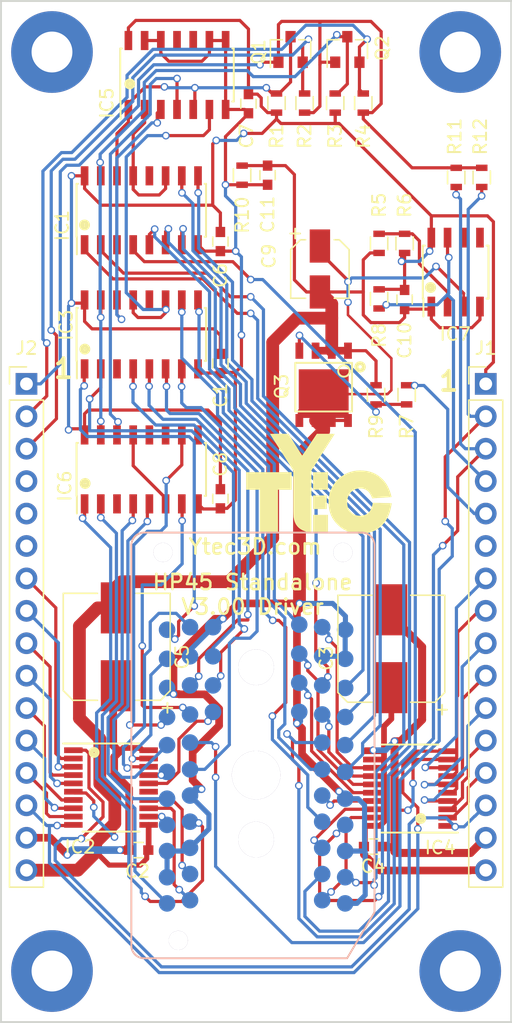
<source format=kicad_pcb>
(kicad_pcb (version 4) (host pcbnew 4.0.6)
  (layers (0 F.Cu signal) (31 B.Cu signal) (34 B.Paste user) (35 F.Paste user) (36 B.SilkS user) (37 F.SilkS user) (38 B.Mask user) (39 F.Mask user) (44 Edge.Cuts user))
  (net 0 "")
  (net 1 AGND)
  (net 2 +12V)
  (net 3 GND)
  (net 4 VHead)
  (net 5 /HGND)
  (net 6 /HA08)
  (net 7 /HP06)
  (net 8 /HP12)
  (net 9 /HP05)
  (net 10 /HA10)
  (net 11 /HA14)
  (net 12 /HA18)
  (net 13 /HA21)
  (net 14 /HA19)
  (net 15 /HA17)
  (net 16 /HA12)
  (net 17 /HP03)
  (net 18 /HA16)
  (net 19 /HP01)
  (net 20 /HA20)
  (net 21 /C10X)
  (net 22 /HP13)
  (net 23 /HA15)
  (net 24 /HP07)
  (net 25 /HP11)
  (net 26 /HP09)
  (net 27 /HA13)
  (net 28 /HA07)
  (net 29 /HA09)
  (net 30 /HP02)
  (net 31 /HA04)
  (net 32 /HP00)
  (net 33 /HA00)
  (net 34 /HA01)
  (net 35 /HP10)
  (net 36 /HA11)
  (net 37 /HP04)
  (net 38 /HA06)
  (net 39 /HA02)
  (net 40 /CTSR)
  (net 41 /HA03)
  (net 42 /HA05)
  (net 43 /HP08)
  (net 44 "Net-(IC1-Pad3)")
  (net 45 "Net-(IC1-Pad11)")
  (net 46 "Net-(IC1-Pad12)")
  (net 47 "Net-(IC1-Pad14)")
  (net 48 /ARST)
  (net 49 /PCLR)
  (net 50 /PCLK)
  (net 51 "Net-(IC2-Pad15)")
  (net 52 "Net-(IC3-Pad3)")
  (net 53 "Net-(IC3-Pad11)")
  (net 54 "Net-(IC3-Pad12)")
  (net 55 "Net-(IC3-Pad14)")
  (net 56 "Net-(IC4-Pad12)")
  (net 57 "Net-(IC5-Pad4)")
  (net 58 "Net-(IC5-Pad10)")
  (net 59 "Net-(IC5-Pad11)")
  (net 60 "Net-(IC6-Pad3)")
  (net 61 "Net-(IC6-Pad13)")
  (net 62 "Net-(IC6-Pad9)")
  (net 63 "Net-(IC6-Pad11)")
  (net 64 "Net-(IC6-Pad12)")
  (net 65 /NCHECK)
  (net 66 "Net-(J1-Pad6)")
  (net 67 "Net-(J2-Pad4)")
  (net 68 "Net-(J2-Pad5)")
  (net 69 "Net-(J2-Pad6)")
  (net 70 +3V3)
  (net 71 /CACLK)
  (net 72 /CARST)
  (net 73 "Net-(Q3-Pad2)")
  (net 74 /HENA)
  (net 75 "Net-(IC7-Pad2)")
  (net 76 "Net-(IC7-Pad5)")
  (net 77 "Net-(IC7-Pad6)")
  (net 78 /CP10)
  (net 79 /CP08)
  (net 80 /CP00)
  (net 81 /CP12)
  (net 82 /CP04)
  (net 83 /CP06)
  (net 84 /CP02)
  (net 85 /CP05)
  (net 86 /CP03)
  (net 87 /CP01)
  (net 88 /CP11)
  (net 89 /CP09)
  (net 90 /CP13)
  (net 91 /CP07)
  (module Housings_SOIC:SOIC-16_3.9x9.9mm_Pitch1.27mm (layer F.Cu) (at 91 46.125 90)
    (fp_text reference IC3 (at 0.725 -5.9 90) (layer F.SilkS))
    (fp_text value HEF4017)
    (pad 1 smd rect (at -2.7 -4.445 90) (size 1.5 0.6) (layers F.Cu F.Paste F.Mask) (net 36 /HA11))
    (pad 2 smd rect (at -2.7 -3.175 90) (size 1.5 0.6) (layers F.Cu F.Paste F.Mask) (net 29 /HA09))
    (pad 3 smd rect (at -2.7 -1.905 90) (size 1.5 0.6) (layers F.Cu F.Paste F.Mask) (net 52 "Net-(IC3-Pad3)"))
    (pad 4 smd rect (at -2.7 -0.635 90) (size 1.5 0.6) (layers F.Cu F.Paste F.Mask) (net 28 /HA07))
    (pad 5 smd rect (at -2.7 0.635 90) (size 1.5 0.6) (layers F.Cu F.Paste F.Mask) (net 42 /HA05))
    (pad 6 smd rect (at -2.7 1.905 90) (size 1.5 0.6) (layers F.Cu F.Paste F.Mask) (net 39 /HA02))
    (pad 7 smd rect (at -2.7 3.175 90) (size 1.5 0.6) (layers F.Cu F.Paste F.Mask) (net 18 /HA16))
    (pad 8 smd rect (at -2.7 4.445 90) (size 1.5 0.6) (layers F.Cu F.Paste F.Mask) (net 1 AGND))
    (pad 9 smd rect (at 2.7 4.445 90) (size 1.5 0.6) (layers F.Cu F.Paste F.Mask) (net 27 /HA13))
    (pad 10 smd rect (at 2.7 3.175 90) (size 1.5 0.6) (layers F.Cu F.Paste F.Mask) (net 20 /HA20))
    (pad 11 smd rect (at 2.7 1.905 90) (size 1.5 0.6) (layers F.Cu F.Paste F.Mask) (net 53 "Net-(IC3-Pad11)"))
    (pad 12 smd rect (at 2.7 0.635 90) (size 1.5 0.6) (layers F.Cu F.Paste F.Mask) (net 54 "Net-(IC3-Pad12)"))
    (pad 13 smd rect (at 2.7 -0.635 90) (size 1.5 0.6) (layers F.Cu F.Paste F.Mask) (net 53 "Net-(IC3-Pad11)"))
    (pad 14 smd rect (at 2.7 -1.905 90) (size 1.5 0.6) (layers F.Cu F.Paste F.Mask) (net 55 "Net-(IC3-Pad14)"))
    (pad 15 smd rect (at 2.7 -3.175 90) (size 1.5 0.6) (layers F.Cu F.Paste F.Mask) (net 48 /ARST))
    (pad 16 smd rect (at 2.7 -4.445 90) (size 1.5 0.6) (layers F.Cu F.Paste F.Mask) (net 2 +12V))
  )
  (module Mounting_Holes:MountingHole_3.2mm_M3_Pad (layer F.Cu) (at 84 24)
    (fp_text reference REF** hide)
    (fp_text value MountingHole_3.2mm_M3_Pad)
    (pad 1 thru_hole circle (at 0 0) (size 6.4 6.4) (drill 3.2) (layers *.Cu *.Mask))
  )
  (module Mounting_Holes:MountingHole_3.2mm_M3_Pad (layer F.Cu) (at 116 24)
    (fp_text reference REF** hide)
    (fp_text value MountingHole_3.2mm_M3_Pad)
    (pad 1 thru_hole circle (at 0 0) (size 6.4 6.4) (drill 3.2) (layers *.Cu *.Mask))
  )
  (module Mounting_Holes:MountingHole_3.2mm_M3_Pad (layer F.Cu) (at 116 96)
    (fp_text reference REF** hide)
    (fp_text value MountingHole_3.2mm_M3_Pad)
    (pad 1 thru_hole circle (at 0 0) (size 6.4 6.4) (drill 3.2) (layers *.Cu *.Mask))
  )
  (module Capacitors_SMD:C_0603 (layer F.Cu) (at 97.2 48.4 270)
    (fp_text reference C1 (at 2.5 0 270) (layer F.SilkS))
    (fp_text value 0.1uF)
    (pad 2 smd rect (at 0.75 0 270) (size 0.8 0.75) (layers F.Cu F.Paste F.Mask) (net 1 AGND))
    (pad 1 smd rect (at -0.75 0 270) (size 0.8 0.75) (layers F.Cu F.Paste F.Mask) (net 2 +12V))
  )
  (module Capacitors_SMD:C_0603 (layer F.Cu) (at 90.8 86.525)
    (fp_text reference C2 (at -0.1 1.65) (layer F.SilkS))
    (fp_text value 1uF)
    (pad 2 smd rect (at 0.75 0) (size 0.8 0.75) (layers F.Cu F.Paste F.Mask) (net 3 GND))
    (pad 1 smd rect (at -0.75 0) (size 0.8 0.75) (layers F.Cu F.Paste F.Mask) (net 4 VHead))
  )
  (module Capacitors_SMD:CP_Elec_8x10 (layer F.Cu) (at 110.6 70.75 90)
    (fp_text reference C3 (at -0.75 -5.1 90) (layer F.SilkS))
    (fp_text value 100uF)
    (fp_text user + (at -4.78 3.9 90) (layer F.SilkS))
    (pad 1 smd rect (at -3.05 0 270) (size 4 2.5) (layers F.Cu F.Paste F.Mask) (net 4 VHead))
    (pad 2 smd rect (at 3.05 0 270) (size 4 2.5) (layers F.Cu F.Paste F.Mask) (net 3 GND))
  )
  (module Capacitors_SMD:C_0603 (layer F.Cu) (at 109.2 86.25)
    (fp_text reference C4 (at -0.025 1.55) (layer F.SilkS))
    (fp_text value 1uF)
    (pad 2 smd rect (at 0.75 0) (size 0.8 0.75) (layers F.Cu F.Paste F.Mask) (net 3 GND))
    (pad 1 smd rect (at -0.75 0) (size 0.8 0.75) (layers F.Cu F.Paste F.Mask) (net 4 VHead))
  )
  (module Capacitors_SMD:C_0603 (layer F.Cu) (at 97.2 38.85 270)
    (fp_text reference C6 (at 2.65 0 270) (layer F.SilkS))
    (fp_text value 0.1uF)
    (pad 2 smd rect (at 0.75 0 270) (size 0.8 0.75) (layers F.Cu F.Paste F.Mask) (net 1 AGND))
    (pad 1 smd rect (at -0.75 0 270) (size 0.8 0.75) (layers F.Cu F.Paste F.Mask) (net 2 +12V))
  )
  (module Capacitors_SMD:C_0603 (layer F.Cu) (at 99.4 28.05 270)
    (fp_text reference C7 (at 2.53 0.15 450) (layer F.SilkS))
    (fp_text value 0.1uF)
    (pad 2 smd rect (at 0.75 0 270) (size 0.8 0.75) (layers F.Cu F.Paste F.Mask) (net 1 AGND))
    (pad 1 smd rect (at -0.75 0 270) (size 0.8 0.75) (layers F.Cu F.Paste F.Mask) (net 2 +12V))
  )
  (module Capacitors_SMD:C_0603 (layer F.Cu) (at 97.2 59 270)
    (fp_text reference C8 (at -2.7 0 270) (layer F.SilkS))
    (fp_text value 0.1uF)
    (pad 2 smd rect (at 0.75 0 270) (size 0.8 0.75) (layers F.Cu F.Paste F.Mask) (net 1 AGND))
    (pad 1 smd rect (at -0.75 0 270) (size 0.8 0.75) (layers F.Cu F.Paste F.Mask) (net 2 +12V))
  )
  (module Capacitors_SMD:CP_Elec_4x5.8 (layer F.Cu) (at 105 41 270)
    (fp_text reference C9 (at -1 4 270) (layer F.SilkS))
    (fp_text value 1uF)
    (fp_text user + (at -2.78 2.01 270) (layer F.SilkS))
    (pad 1 smd rect (at -1.8 0 90) (size 2.6 1.6) (layers F.Cu F.Paste F.Mask) (net 5 /HGND))
    (pad 2 smd rect (at 1.8 0 90) (size 2.6 1.6) (layers F.Cu F.Paste F.Mask) (net 3 GND))
  )
  (module Capacitors_SMD:C_0603 (layer F.Cu) (at 111.639708 43.391646 270)
    (fp_text reference C10 (at 3.2 0 270) (layer F.SilkS))
    (fp_text value 0.1uF)
    (pad 2 smd rect (at 0.75 0 270) (size 0.8 0.75) (layers F.Cu F.Paste F.Mask) (net 3 GND))
    (pad 1 smd rect (at -0.75 0 270) (size 0.8 0.75) (layers F.Cu F.Paste F.Mask) (net 2 +12V))
  )
  (module Capacitors_SMD:C_0603 (layer F.Cu) (at 100.9 33.65 90)
    (fp_text reference C11 (at -3.08 0 90) (layer F.SilkS))
    (fp_text value 0.1uF)
    (pad 2 smd rect (at 0.75 0 90) (size 0.8 0.75) (layers F.Cu F.Paste F.Mask) (net 3 GND))
    (pad 1 smd rect (at -0.75 0 90) (size 0.8 0.75) (layers F.Cu F.Paste F.Mask) (net 1 AGND))
  )
  (module Electronics:HP45_SMD_connector (layer B.Cu) (at 100 95 180)
    (fp_text reference Con1 hide)
    (fp_text value HP45_connector)
    (pad "" thru_hole oval (at 7.3 31.8 180) (size 1.5 1.5) (drill oval 1.5) (layers *.Cu *.Mask))
    (pad "" thru_hole oval (at -6.8 31.8 180) (size 1.5 1.5) (drill oval 1.5) (layers *.Cu *.Mask))
    (pad "" thru_hole circle (at 0 22.8 180) (size 2.8 2.8) (drill 2.8) (layers *.Cu *.Mask))
    (pad "" thru_hole circle (at 0 14.35 180) (size 3.8 3.8) (drill 3.8) (layers *.Cu *.Mask))
    (pad 1 smd circle (at 6.98 4.3 180) (size 1.3 1.3) (layers B.Cu B.Paste B.Mask) (net 6 /HA08))
    (pad 3 smd circle (at 5.18 4.55 180) (size 1.3 1.3) (layers B.Cu B.Paste B.Mask) (net 7 /HP06))
    (pad 33 smd circle (at 3.38 19.3 180) (size 1.3 1.3) (layers B.Cu B.Paste B.Mask) (net 8 /HP12))
    (pad 2 smd circle (at -6.98 4.3 180) (size 1.3 1.3) (layers B.Cu B.Paste B.Mask) (net 5 /HGND))
    (pad 4 smd circle (at -5.18 4.55 180) (size 1.3 1.3) (layers B.Cu B.Paste B.Mask) (net 9 /HP05))
    (pad 6 smd circle (at -6.98 6.35 180) (size 1.3 1.3) (layers B.Cu B.Paste B.Mask) (net 10 /HA10))
    (pad 10 smd circle (at -6.98 8.4 180) (size 1.3 1.3) (layers B.Cu B.Paste B.Mask) (net 5 /HGND))
    (pad 14 smd circle (at -6.98 10.45 180) (size 1.3 1.3) (layers B.Cu B.Paste B.Mask) (net 11 /HA14))
    (pad 18 smd circle (at -6.98 12.5 180) (size 1.3 1.3) (layers B.Cu B.Paste B.Mask) (net 5 /HGND))
    (pad 22 smd circle (at -6.98 14.6 180) (size 1.3 1.3) (layers B.Cu B.Paste B.Mask) (net 12 /HA18))
    (pad 26 smd circle (at -6.98 16.7 180) (size 1.3 1.3) (layers B.Cu B.Paste B.Mask) (net 13 /HA21))
    (pad 30 smd circle (at -6.98 18.9 180) (size 1.3 1.3) (layers B.Cu B.Paste B.Mask) (net 14 /HA19))
    (pad 36 smd circle (at -6.98 21.18 180) (size 1.3 1.3) (layers B.Cu B.Paste B.Mask) (net 15 /HA17))
    (pad 42 smd circle (at -6.98 23.46 180) (size 1.3 1.3) (layers B.Cu B.Paste B.Mask) (net 5 /HGND))
    (pad 48 smd circle (at -6.98 25.74 180) (size 1.3 1.3) (layers B.Cu B.Paste B.Mask) (net 5 /HGND))
    (pad 8 smd circle (at -5.18 6.6 180) (size 1.3 1.3) (layers B.Cu B.Paste B.Mask) (net 16 /HA12))
    (pad 12 smd circle (at -5.18 8.65 180) (size 1.3 1.3) (layers B.Cu B.Paste B.Mask) (net 17 /HP03))
    (pad 16 smd circle (at -5.18 10.7 180) (size 1.3 1.3) (layers B.Cu B.Paste B.Mask) (net 18 /HA16))
    (pad 20 smd circle (at -5.18 12.75 180) (size 1.3 1.3) (layers B.Cu B.Paste B.Mask) (net 19 /HP01))
    (pad 24 smd circle (at -5.18 14.8 180) (size 1.3 1.3) (layers B.Cu B.Paste B.Mask) (net 20 /HA20))
    (pad 28 smd circle (at -5.18 16.9 180) (size 1.3 1.3) (layers B.Cu B.Paste B.Mask) (net 21 /C10X))
    (pad 32 smd circle (at -5.18 19.1 180) (size 1.3 1.3) (layers B.Cu B.Paste B.Mask) (net 22 /HP13))
    (pad 38 smd circle (at -5.18 21.38 180) (size 1.3 1.3) (layers B.Cu B.Paste B.Mask) (net 23 /HA15))
    (pad 44 smd circle (at -5.18 23.66 180) (size 1.3 1.3) (layers B.Cu B.Paste B.Mask) (net 5 /HGND))
    (pad 50 smd circle (at -5.18 25.94 180) (size 1.3 1.3) (layers B.Cu B.Paste B.Mask) (net 24 /HP07))
    (pad 34 smd circle (at -3.38 19.3 180) (size 1.3 1.3) (layers B.Cu B.Paste B.Mask) (net 5 /HGND))
    (pad 40 smd circle (at -3.38 21.58 180) (size 1.3 1.3) (layers B.Cu B.Paste B.Mask) (net 25 /HP11))
    (pad 46 smd circle (at -3.38 23.86 180) (size 1.3 1.3) (layers B.Cu B.Paste B.Mask) (net 26 /HP09))
    (pad 52 smd circle (at -3.38 26.14 180) (size 1.3 1.3) (layers B.Cu B.Paste B.Mask) (net 27 /HA13))
    (pad 39 smd circle (at 3.38 21.38 180) (size 1.3 1.3) (layers B.Cu B.Paste B.Mask) (net 28 /HA07))
    (pad 45 smd circle (at 3.38 23.66 180) (size 1.3 1.3) (layers B.Cu B.Paste B.Mask) (net 29 /HA09))
    (pad 51 smd circle (at 3.38 25.94 180) (size 1.3 1.3) (layers B.Cu B.Paste B.Mask) (net 5 /HGND))
    (pad 5 smd circle (at 6.98 6.35 180) (size 1.3 1.3) (layers B.Cu B.Paste B.Mask) (net 5 /HGND))
    (pad 9 smd circle (at 6.98 8.4 180) (size 1.3 1.3) (layers B.Cu B.Paste B.Mask) (net 5 /HGND))
    (pad 13 smd circle (at 6.98 10.45 180) (size 1.3 1.3) (layers B.Cu B.Paste B.Mask) (net 30 /HP02))
    (pad 17 smd circle (at 6.98 12.5 180) (size 1.3 1.3) (layers B.Cu B.Paste B.Mask) (net 31 /HA04))
    (pad 21 smd circle (at 6.98 14.6 180) (size 1.3 1.3) (layers B.Cu B.Paste B.Mask) (net 32 /HP00))
    (pad 25 smd circle (at 6.98 16.7 180) (size 1.3 1.3) (layers B.Cu B.Paste B.Mask) (net 33 /HA00))
    (pad 29 smd circle (at 6.98 18.9 180) (size 1.3 1.3) (layers B.Cu B.Paste B.Mask) (net 34 /HA01))
    (pad 35 smd circle (at 6.98 21.18 180) (size 1.3 1.3) (layers B.Cu B.Paste B.Mask) (net 5 /HGND))
    (pad 41 smd circle (at 6.98 23.46 180) (size 1.3 1.3) (layers B.Cu B.Paste B.Mask) (net 35 /HP10))
    (pad 47 smd circle (at 6.98 25.74 180) (size 1.3 1.3) (layers B.Cu B.Paste B.Mask) (net 36 /HA11))
    (pad 7 smd circle (at 5.18 6.6 180) (size 1.3 1.3) (layers B.Cu B.Paste B.Mask) (net 37 /HP04))
    (pad 11 smd circle (at 5.18 8.65 180) (size 1.3 1.3) (layers B.Cu B.Paste B.Mask) (net 5 /HGND))
    (pad 15 smd circle (at 5.18 10.7 180) (size 1.3 1.3) (layers B.Cu B.Paste B.Mask) (net 38 /HA06))
    (pad 19 smd circle (at 5.18 12.75 180) (size 1.3 1.3) (layers B.Cu B.Paste B.Mask) (net 5 /HGND))
    (pad 23 smd circle (at 5.18 14.8 180) (size 1.3 1.3) (layers B.Cu B.Paste B.Mask) (net 39 /HA02))
    (pad 27 smd circle (at 5.18 16.9 180) (size 1.3 1.3) (layers B.Cu B.Paste B.Mask) (net 40 /CTSR))
    (pad 31 smd circle (at 5.18 19.1 180) (size 1.3 1.3) (layers B.Cu B.Paste B.Mask) (net 41 /HA03))
    (pad 37 smd circle (at 5.18 21.38 180) (size 1.3 1.3) (layers B.Cu B.Paste B.Mask) (net 42 /HA05))
    (pad 43 smd circle (at 5.18 23.66 180) (size 1.3 1.3) (layers B.Cu B.Paste B.Mask) (net 5 /HGND))
    (pad 49 smd circle (at 5.18 25.94 180) (size 1.3 1.3) (layers B.Cu B.Paste B.Mask) (net 43 /HP08))
    (pad "" thru_hole circle (at 0 9.3 180) (size 2.8 2.8) (drill 2.8) (layers *.Cu *.Mask))
    (pad "" thru_hole oval (at 6.1 1.4 180) (size 1.5 1.5) (drill oval 1.5) (layers *.Cu *.Mask))
  )
  (module Housings_SOIC:SOIC-16_3.9x9.9mm_Pitch1.27mm (layer F.Cu) (at 91 36.4 90)
    (fp_text reference IC1 (at -1.2 -6.2 90) (layer F.SilkS))
    (fp_text value HEF4017)
    (pad 1 smd rect (at -2.7 -4.445 90) (size 1.5 0.6) (layers F.Cu F.Paste F.Mask) (net 10 /HA10))
    (pad 2 smd rect (at -2.7 -3.175 90) (size 1.5 0.6) (layers F.Cu F.Paste F.Mask) (net 11 /HA14))
    (pad 3 smd rect (at -2.7 -1.905 90) (size 1.5 0.6) (layers F.Cu F.Paste F.Mask) (net 44 "Net-(IC1-Pad3)"))
    (pad 4 smd rect (at -2.7 -0.635 90) (size 1.5 0.6) (layers F.Cu F.Paste F.Mask) (net 16 /HA12))
    (pad 5 smd rect (at -2.7 0.635 90) (size 1.5 0.6) (layers F.Cu F.Paste F.Mask) (net 23 /HA15))
    (pad 6 smd rect (at -2.7 1.905 90) (size 1.5 0.6) (layers F.Cu F.Paste F.Mask) (net 15 /HA17))
    (pad 7 smd rect (at -2.7 3.175 90) (size 1.5 0.6) (layers F.Cu F.Paste F.Mask) (net 14 /HA19))
    (pad 8 smd rect (at -2.7 4.445 90) (size 1.5 0.6) (layers F.Cu F.Paste F.Mask) (net 1 AGND))
    (pad 9 smd rect (at 2.7 4.445 90) (size 1.5 0.6) (layers F.Cu F.Paste F.Mask) (net 12 /HA18))
    (pad 10 smd rect (at 2.7 3.175 90) (size 1.5 0.6) (layers F.Cu F.Paste F.Mask) (net 13 /HA21))
    (pad 11 smd rect (at 2.7 1.905 90) (size 1.5 0.6) (layers F.Cu F.Paste F.Mask) (net 45 "Net-(IC1-Pad11)"))
    (pad 12 smd rect (at 2.7 0.635 90) (size 1.5 0.6) (layers F.Cu F.Paste F.Mask) (net 46 "Net-(IC1-Pad12)"))
    (pad 13 smd rect (at 2.7 -0.635 90) (size 1.5 0.6) (layers F.Cu F.Paste F.Mask) (net 45 "Net-(IC1-Pad11)"))
    (pad 14 smd rect (at 2.7 -1.905 90) (size 1.5 0.6) (layers F.Cu F.Paste F.Mask) (net 47 "Net-(IC1-Pad14)"))
    (pad 15 smd rect (at 2.7 -3.175 90) (size 1.5 0.6) (layers F.Cu F.Paste F.Mask) (net 48 /ARST))
    (pad 16 smd rect (at 2.7 -4.445 90) (size 1.5 0.6) (layers F.Cu F.Paste F.Mask) (net 2 +12V))
  )
  (module Housings_SSOP:TSSOP-20_4.4x6.5mm_Pitch0.65mm (layer F.Cu) (at 88.625 81.625)
    (fp_text reference IC2 (at -2.425 4.65) (layer F.SilkS))
    (fp_text value TLC59213)
    (pad 1 smd rect (at -2.95 -2.925) (size 1.45 0.45) (layers F.Cu F.Paste F.Mask) (net 49 /PCLR))
    (pad 2 smd rect (at -2.95 -2.275) (size 1.45 0.45) (layers F.Cu F.Paste F.Mask) (net 78 /CP10))
    (pad 3 smd rect (at -2.95 -1.625) (size 1.45 0.45) (layers F.Cu F.Paste F.Mask) (net 79 /CP08))
    (pad 4 smd rect (at -2.95 -0.975) (size 1.45 0.45) (layers F.Cu F.Paste F.Mask) (net 80 /CP00))
    (pad 5 smd rect (at -2.95 -0.325) (size 1.45 0.45) (layers F.Cu F.Paste F.Mask) (net 81 /CP12))
    (pad 6 smd rect (at -2.95 0.325) (size 1.45 0.45) (layers F.Cu F.Paste F.Mask) (net 3 GND))
    (pad 7 smd rect (at -2.95 0.975) (size 1.45 0.45) (layers F.Cu F.Paste F.Mask) (net 82 /CP04))
    (pad 8 smd rect (at -2.95 1.625) (size 1.45 0.45) (layers F.Cu F.Paste F.Mask) (net 83 /CP06))
    (pad 9 smd rect (at -2.95 2.275) (size 1.45 0.45) (layers F.Cu F.Paste F.Mask) (net 84 /CP02))
    (pad 10 smd rect (at -2.95 2.925) (size 1.45 0.45) (layers F.Cu F.Paste F.Mask) (net 50 /PCLK))
    (pad 11 smd rect (at 2.95 2.925) (size 1.45 0.45) (layers F.Cu F.Paste F.Mask) (net 3 GND))
    (pad 12 smd rect (at 2.95 2.275) (size 1.45 0.45) (layers F.Cu F.Paste F.Mask) (net 30 /HP02))
    (pad 13 smd rect (at 2.95 1.625) (size 1.45 0.45) (layers F.Cu F.Paste F.Mask) (net 7 /HP06))
    (pad 14 smd rect (at 2.95 0.975) (size 1.45 0.45) (layers F.Cu F.Paste F.Mask) (net 37 /HP04))
    (pad 15 smd rect (at 2.95 0.325) (size 1.45 0.45) (layers F.Cu F.Paste F.Mask) (net 51 "Net-(IC2-Pad15)"))
    (pad 16 smd rect (at 2.95 -0.325) (size 1.45 0.45) (layers F.Cu F.Paste F.Mask) (net 8 /HP12))
    (pad 17 smd rect (at 2.95 -0.975) (size 1.45 0.45) (layers F.Cu F.Paste F.Mask) (net 32 /HP00))
    (pad 18 smd rect (at 2.95 -1.625) (size 1.45 0.45) (layers F.Cu F.Paste F.Mask) (net 43 /HP08))
    (pad 19 smd rect (at 2.95 -2.275) (size 1.45 0.45) (layers F.Cu F.Paste F.Mask) (net 35 /HP10))
    (pad 20 smd rect (at 2.95 -2.925) (size 1.45 0.45) (layers F.Cu F.Paste F.Mask) (net 4 VHead))
  )
  (module Housings_SSOP:TSSOP-20_4.4x6.5mm_Pitch0.65mm (layer F.Cu) (at 112.06 81.705 180)
    (fp_text reference IC4 (at -2.375 -4.625 180) (layer F.SilkS))
    (fp_text value TLC59213)
    (pad 1 smd rect (at -2.95 -2.925 180) (size 1.45 0.45) (layers F.Cu F.Paste F.Mask) (net 49 /PCLR))
    (pad 2 smd rect (at -2.95 -2.275 180) (size 1.45 0.45) (layers F.Cu F.Paste F.Mask) (net 85 /CP05))
    (pad 3 smd rect (at -2.95 -1.625 180) (size 1.45 0.45) (layers F.Cu F.Paste F.Mask) (net 86 /CP03))
    (pad 4 smd rect (at -2.95 -0.975 180) (size 1.45 0.45) (layers F.Cu F.Paste F.Mask) (net 87 /CP01))
    (pad 5 smd rect (at -2.95 -0.325 180) (size 1.45 0.45) (layers F.Cu F.Paste F.Mask) (net 88 /CP11))
    (pad 6 smd rect (at -2.95 0.325 180) (size 1.45 0.45) (layers F.Cu F.Paste F.Mask) (net 89 /CP09))
    (pad 7 smd rect (at -2.95 0.975 180) (size 1.45 0.45) (layers F.Cu F.Paste F.Mask) (net 90 /CP13))
    (pad 8 smd rect (at -2.95 1.625 180) (size 1.45 0.45) (layers F.Cu F.Paste F.Mask) (net 91 /CP07))
    (pad 9 smd rect (at -2.95 2.275 180) (size 1.45 0.45) (layers F.Cu F.Paste F.Mask) (net 3 GND))
    (pad 10 smd rect (at -2.95 2.925 180) (size 1.45 0.45) (layers F.Cu F.Paste F.Mask) (net 50 /PCLK))
    (pad 11 smd rect (at 2.95 2.925 180) (size 1.45 0.45) (layers F.Cu F.Paste F.Mask) (net 3 GND))
    (pad 12 smd rect (at 2.95 2.275 180) (size 1.45 0.45) (layers F.Cu F.Paste F.Mask) (net 56 "Net-(IC4-Pad12)"))
    (pad 13 smd rect (at 2.95 1.625 180) (size 1.45 0.45) (layers F.Cu F.Paste F.Mask) (net 24 /HP07))
    (pad 14 smd rect (at 2.95 0.975 180) (size 1.45 0.45) (layers F.Cu F.Paste F.Mask) (net 22 /HP13))
    (pad 15 smd rect (at 2.95 0.325 180) (size 1.45 0.45) (layers F.Cu F.Paste F.Mask) (net 26 /HP09))
    (pad 16 smd rect (at 2.95 -0.325 180) (size 1.45 0.45) (layers F.Cu F.Paste F.Mask) (net 25 /HP11))
    (pad 17 smd rect (at 2.95 -0.975 180) (size 1.45 0.45) (layers F.Cu F.Paste F.Mask) (net 19 /HP01))
    (pad 18 smd rect (at 2.95 -1.625 180) (size 1.45 0.45) (layers F.Cu F.Paste F.Mask) (net 17 /HP03))
    (pad 19 smd rect (at 2.95 -2.275 180) (size 1.45 0.45) (layers F.Cu F.Paste F.Mask) (net 9 /HP05))
    (pad 20 smd rect (at 2.95 -2.925 180) (size 1.45 0.45) (layers F.Cu F.Paste F.Mask) (net 4 VHead))
  )
  (module Housings_SOIC:SOIC-14_3.9x8.7mm_Pitch1.27mm (layer F.Cu) (at 93.8 25.8 90)
    (fp_text reference IC5 (at -2.2 -5.5 90) (layer F.SilkS))
    (fp_text value HCF4081)
    (pad 1 smd rect (at -2.7 -3.81 90) (size 1.5 0.6) (layers F.Cu F.Paste F.Mask) (net 47 "Net-(IC1-Pad14)"))
    (pad 2 smd rect (at -2.7 -2.54 90) (size 1.5 0.6) (layers F.Cu F.Paste F.Mask) (net 45 "Net-(IC1-Pad11)"))
    (pad 3 smd rect (at -2.7 -1.27 90) (size 1.5 0.6) (layers F.Cu F.Paste F.Mask) (net 55 "Net-(IC3-Pad14)"))
    (pad 4 smd rect (at -2.7 0 90) (size 1.5 0.6) (layers F.Cu F.Paste F.Mask) (net 57 "Net-(IC5-Pad4)"))
    (pad 5 smd rect (at -2.7 1.27 90) (size 1.5 0.6) (layers F.Cu F.Paste F.Mask) (net 47 "Net-(IC1-Pad14)"))
    (pad 6 smd rect (at -2.7 2.54 90) (size 1.5 0.6) (layers F.Cu F.Paste F.Mask) (net 53 "Net-(IC3-Pad11)"))
    (pad 7 smd rect (at -2.7 3.81 90) (size 1.5 0.6) (layers F.Cu F.Paste F.Mask) (net 1 AGND))
    (pad 8 smd rect (at 2.7 3.81 90) (size 1.5 0.6) (layers F.Cu F.Paste F.Mask) (net 1 AGND))
    (pad 9 smd rect (at 2.7 2.54 90) (size 1.5 0.6) (layers F.Cu F.Paste F.Mask) (net 1 AGND))
    (pad 10 smd rect (at 2.7 1.27 90) (size 1.5 0.6) (layers F.Cu F.Paste F.Mask) (net 58 "Net-(IC5-Pad10)"))
    (pad 11 smd rect (at 2.7 0 90) (size 1.5 0.6) (layers F.Cu F.Paste F.Mask) (net 59 "Net-(IC5-Pad11)"))
    (pad 12 smd rect (at 2.7 -1.27 90) (size 1.5 0.6) (layers F.Cu F.Paste F.Mask) (net 1 AGND))
    (pad 13 smd rect (at 2.7 -2.54 90) (size 1.5 0.6) (layers F.Cu F.Paste F.Mask) (net 1 AGND))
    (pad 14 smd rect (at 2.7 -3.81 90) (size 1.5 0.6) (layers F.Cu F.Paste F.Mask) (net 2 +12V))
  )
  (module Housings_SOIC:SOIC-16_3.9x9.9mm_Pitch1.27mm (layer F.Cu) (at 91 56.7 90)
    (fp_text reference IC6 (at -1.3 -6 90) (layer F.SilkS))
    (fp_text value HEF4017)
    (pad 1 smd rect (at -2.7 -4.445 90) (size 1.5 0.6) (layers F.Cu F.Paste F.Mask) (net 38 /HA06))
    (pad 2 smd rect (at -2.7 -3.175 90) (size 1.5 0.6) (layers F.Cu F.Paste F.Mask) (net 6 /HA08))
    (pad 3 smd rect (at -2.7 -1.905 90) (size 1.5 0.6) (layers F.Cu F.Paste F.Mask) (net 60 "Net-(IC6-Pad3)"))
    (pad 4 smd rect (at -2.7 -0.635 90) (size 1.5 0.6) (layers F.Cu F.Paste F.Mask) (net 31 /HA04))
    (pad 5 smd rect (at -2.7 0.635 90) (size 1.5 0.6) (layers F.Cu F.Paste F.Mask) (net 33 /HA00))
    (pad 6 smd rect (at -2.7 1.905 90) (size 1.5 0.6) (layers F.Cu F.Paste F.Mask) (net 61 "Net-(IC6-Pad13)"))
    (pad 7 smd rect (at -2.7 3.175 90) (size 1.5 0.6) (layers F.Cu F.Paste F.Mask) (net 41 /HA03))
    (pad 8 smd rect (at -2.7 4.445 90) (size 1.5 0.6) (layers F.Cu F.Paste F.Mask) (net 1 AGND))
    (pad 9 smd rect (at 2.7 4.445 90) (size 1.5 0.6) (layers F.Cu F.Paste F.Mask) (net 62 "Net-(IC6-Pad9)"))
    (pad 10 smd rect (at 2.7 3.175 90) (size 1.5 0.6) (layers F.Cu F.Paste F.Mask) (net 34 /HA01))
    (pad 11 smd rect (at 2.7 1.905 90) (size 1.5 0.6) (layers F.Cu F.Paste F.Mask) (net 63 "Net-(IC6-Pad11)"))
    (pad 12 smd rect (at 2.7 0.635 90) (size 1.5 0.6) (layers F.Cu F.Paste F.Mask) (net 64 "Net-(IC6-Pad12)"))
    (pad 13 smd rect (at 2.7 -0.635 90) (size 1.5 0.6) (layers F.Cu F.Paste F.Mask) (net 61 "Net-(IC6-Pad13)"))
    (pad 14 smd rect (at 2.7 -1.905 90) (size 1.5 0.6) (layers F.Cu F.Paste F.Mask) (net 57 "Net-(IC5-Pad4)"))
    (pad 15 smd rect (at 2.7 -3.175 90) (size 1.5 0.6) (layers F.Cu F.Paste F.Mask) (net 48 /ARST))
    (pad 16 smd rect (at 2.7 -4.445 90) (size 1.5 0.6) (layers F.Cu F.Paste F.Mask) (net 2 +12V))
  )
  (module Housings_SOIC:SOIC-8_3.9x4.9mm_Pitch1.27mm (layer F.Cu) (at 115.639708 41.241646 90)
    (fp_text reference IC7 (at -4.858354 -0.039708 180) (layer F.SilkS))
    (fp_text value LM311)
    (pad 1 smd rect (at -2.7 -1.905 90) (size 1.55 0.6) (layers F.Cu F.Paste F.Mask) (net 3 GND))
    (pad 2 smd rect (at -2.7 -0.635 90) (size 1.55 0.6) (layers F.Cu F.Paste F.Mask) (net 75 "Net-(IC7-Pad2)"))
    (pad 3 smd rect (at -2.7 0.635 90) (size 1.55 0.6) (layers F.Cu F.Paste F.Mask) (net 5 /HGND))
    (pad 4 smd rect (at -2.7 1.905 90) (size 1.55 0.6) (layers F.Cu F.Paste F.Mask) (net 3 GND))
    (pad 5 smd rect (at 2.7 1.905 90) (size 1.55 0.6) (layers F.Cu F.Paste F.Mask) (net 76 "Net-(IC7-Pad5)"))
    (pad 6 smd rect (at 2.7 0.635 90) (size 1.55 0.6) (layers F.Cu F.Paste F.Mask) (net 77 "Net-(IC7-Pad6)"))
    (pad 7 smd rect (at 2.7 -0.635 90) (size 1.55 0.6) (layers F.Cu F.Paste F.Mask) (net 65 /NCHECK))
    (pad 8 smd rect (at 2.7 -1.905 90) (size 1.55 0.6) (layers F.Cu F.Paste F.Mask) (net 2 +12V))
  )
  (module TO_SOT_Packages_SMD:SOT-23 (layer F.Cu) (at 102.7 23.8 90)
    (fp_text reference Q1 (at -0.2 -2.5 90) (layer F.SilkS))
    (fp_text value Q_NMOS_GSD)
    (pad 1 smd rect (at -1 -0.95 90) (size 0.9 0.8) (layers F.Cu F.Paste F.Mask) (net 70 +3V3))
    (pad 2 smd rect (at -1 0.95 90) (size 0.9 0.8) (layers F.Cu F.Paste F.Mask) (net 71 /CACLK))
    (pad 3 smd rect (at 1 0 90) (size 0.9 0.8) (layers F.Cu F.Paste F.Mask) (net 47 "Net-(IC1-Pad14)"))
  )
  (module TO_SOT_Packages_SMD:SOT-23 (layer F.Cu) (at 107.15 23.8 90)
    (fp_text reference Q2 (at 0.1 2.75 270) (layer F.SilkS))
    (fp_text value Q_NMOS_GSD)
    (pad 1 smd rect (at -1 -0.95 90) (size 0.9 0.8) (layers F.Cu F.Paste F.Mask) (net 70 +3V3))
    (pad 2 smd rect (at -1 0.95 90) (size 0.9 0.8) (layers F.Cu F.Paste F.Mask) (net 72 /CARST))
    (pad 3 smd rect (at 1 0 90) (size 0.9 0.8) (layers F.Cu F.Paste F.Mask) (net 48 /ARST))
  )
  (module Electronics:SO-8_PowerPAK (layer F.Cu) (at 107.835 46.765 270)
    (fp_text reference Q3 (at 3.435 5.835 270) (layer F.SilkS))
    (fp_text value Q_NMOS_SGD)
    (pad 3 smd rect (at 6.1 0.635 270) (size 1.02 0.61) (layers F.Cu F.Paste F.Mask) (net 5 /HGND))
    (pad 3 smd rect (at 6.1 1.905 270) (size 1.02 0.61) (layers F.Cu F.Paste F.Mask) (net 5 /HGND))
    (pad 3 smd rect (at 6.1 3.175 270) (size 1.02 0.61) (layers F.Cu F.Paste F.Mask) (net 5 /HGND))
    (pad 3 smd rect (at 6.1 4.445 270) (size 1.02 0.61) (layers F.Cu F.Paste F.Mask) (net 5 /HGND))
    (pad 2 smd rect (at 0.635 4.445 270) (size 1.27 0.61) (layers F.Cu F.Paste F.Mask) (net 73 "Net-(Q3-Pad2)"))
    (pad 1 smd rect (at 0.635 3.175 270) (size 1.27 0.61) (layers F.Cu F.Paste F.Mask) (net 3 GND))
    (pad 1 smd rect (at 0.635 1.905 270) (size 1.27 0.61) (layers F.Cu F.Paste F.Mask) (net 3 GND))
    (pad 1 smd rect (at 0.635 0.635 270) (size 1.27 0.61) (layers F.Cu F.Paste F.Mask) (net 3 GND))
    (pad 3 smd rect (at 4 2.54 270) (size 3.81 3.91) (layers F.Cu F.Paste F.Mask) (net 5 /HGND))
  )
  (module Resistors_SMD:R_0603 (layer F.Cu) (at 101.6 28 270)
    (fp_text reference R1 (at 2.6 0 270) (layer F.SilkS))
    (fp_text value 2.2k)
    (pad 1 smd rect (at -0.75 0 270) (size 0.5 0.9) (layers F.Cu F.Paste F.Mask) (net 47 "Net-(IC1-Pad14)"))
    (pad 2 smd rect (at 0.75 0 270) (size 0.5 0.9) (layers F.Cu F.Paste F.Mask) (net 2 +12V))
  )
  (module Resistors_SMD:R_0603 (layer F.Cu) (at 103.8 28 270)
    (fp_text reference R2 (at 2.6 0 270) (layer F.SilkS))
    (fp_text value 2.2k)
    (pad 1 smd rect (at -0.75 0 270) (size 0.5 0.9) (layers F.Cu F.Paste F.Mask) (net 71 /CACLK))
    (pad 2 smd rect (at 0.75 0 270) (size 0.5 0.9) (layers F.Cu F.Paste F.Mask) (net 70 +3V3))
  )
  (module Resistors_SMD:R_0603 (layer F.Cu) (at 106.2 28 270)
    (fp_text reference R3 (at 2.6 0 270) (layer F.SilkS))
    (fp_text value 2.2k)
    (pad 1 smd rect (at -0.75 0 270) (size 0.5 0.9) (layers F.Cu F.Paste F.Mask) (net 48 /ARST))
    (pad 2 smd rect (at 0.75 0 270) (size 0.5 0.9) (layers F.Cu F.Paste F.Mask) (net 2 +12V))
  )
  (module Resistors_SMD:R_0603 (layer F.Cu) (at 108.4 28 270)
    (fp_text reference R4 (at 2.6 0 270) (layer F.SilkS))
    (fp_text value 2.2k)
    (pad 1 smd rect (at -0.75 0 270) (size 0.5 0.9) (layers F.Cu F.Paste F.Mask) (net 72 /CARST))
    (pad 2 smd rect (at 0.75 0 270) (size 0.5 0.9) (layers F.Cu F.Paste F.Mask) (net 70 +3V3))
  )
  (module Resistors_SMD:R_0603 (layer F.Cu) (at 109.639708 38.991646 270)
    (fp_text reference R5 (at -2.991646 0 270) (layer F.SilkS))
    (fp_text value 1.2k)
    (pad 1 smd rect (at -0.75 0 270) (size 0.5 0.9) (layers F.Cu F.Paste F.Mask) (net 75 "Net-(IC7-Pad2)"))
    (pad 2 smd rect (at 0.75 0 270) (size 0.5 0.9) (layers F.Cu F.Paste F.Mask) (net 3 GND))
  )
  (module Resistors_SMD:R_0603 (layer F.Cu) (at 111.639708 38.991646 90)
    (fp_text reference R6 (at 2.991646 0 90) (layer F.SilkS))
    (fp_text value 10k)
    (pad 1 smd rect (at -0.75 0 90) (size 0.5 0.9) (layers F.Cu F.Paste F.Mask) (net 2 +12V))
    (pad 2 smd rect (at 0.75 0 90) (size 0.5 0.9) (layers F.Cu F.Paste F.Mask) (net 75 "Net-(IC7-Pad2)"))
  )
  (module Resistors_SMD:R_0603 (layer F.Cu) (at 111.8 50.857029 90)
    (fp_text reference R7 (at -2.5 0 90) (layer F.SilkS))
    (fp_text value 330)
    (pad 1 smd rect (at -0.75 0 90) (size 0.5 0.9) (layers F.Cu F.Paste F.Mask) (net 73 "Net-(Q3-Pad2)"))
    (pad 2 smd rect (at 0.75 0 90) (size 0.5 0.9) (layers F.Cu F.Paste F.Mask) (net 74 /HENA))
  )
  (module Resistors_SMD:R_0603 (layer F.Cu) (at 109.639708 43.341646 270)
    (fp_text reference R8 (at 2.858354 0 270) (layer F.SilkS))
    (fp_text value 10k)
    (pad 1 smd rect (at -0.75 0 270) (size 0.5 0.9) (layers F.Cu F.Paste F.Mask) (net 2 +12V))
    (pad 2 smd rect (at 0.75 0 270) (size 0.5 0.9) (layers F.Cu F.Paste F.Mask) (net 65 /NCHECK))
  )
  (module Resistors_SMD:R_0603 (layer F.Cu) (at 109.4 50.857029 270)
    (fp_text reference R9 (at 2.5 0 270) (layer F.SilkS))
    (fp_text value 2.2k)
    (pad 1 smd rect (at -0.75 0 270) (size 0.5 0.9) (layers F.Cu F.Paste F.Mask) (net 3 GND))
    (pad 2 smd rect (at 0.75 0 270) (size 0.5 0.9) (layers F.Cu F.Paste F.Mask) (net 73 "Net-(Q3-Pad2)"))
  )
  (module Resistors_SMD:R_0603 (layer F.Cu) (at 98.9 33.65 90)
    (fp_text reference R10 (at -3.12 0.01 90) (layer F.SilkS))
    (fp_text value 2.2k)
    (pad 1 smd rect (at -0.75 0 90) (size 0.5 0.9) (layers F.Cu F.Paste F.Mask) (net 1 AGND))
    (pad 2 smd rect (at 0.75 0 90) (size 0.5 0.9) (layers F.Cu F.Paste F.Mask) (net 3 GND))
  )
  (module Resistors_SMD:R_0603 (layer F.Cu) (at 115.685219 33.823175 90)
    (fp_text reference R11 (at 3.2 -0.118027 90) (layer F.SilkS))
    (fp_text value 330)
    (pad 1 smd rect (at -0.75 0 90) (size 0.5 0.9) (layers F.Cu F.Paste F.Mask) (net 21 /C10X))
    (pad 2 smd rect (at 0.75 0 90) (size 0.5 0.9) (layers F.Cu F.Paste F.Mask) (net 70 +3V3))
  )
  (module Resistors_SMD:R_0603 (layer F.Cu) (at 117.685219 33.823175 90)
    (fp_text reference R12 (at 3.2 -0.118027 90) (layer F.SilkS))
    (fp_text value 330)
    (pad 1 smd rect (at -0.75 0 90) (size 0.5 0.9) (layers F.Cu F.Paste F.Mask) (net 40 /CTSR))
    (pad 2 smd rect (at 0.75 0 90) (size 0.5 0.9) (layers F.Cu F.Paste F.Mask) (net 70 +3V3))
  )
  (module Mounting_Holes:MountingHole_3.2mm_M3_Pad (layer F.Cu) (at 84 96)
    (fp_text reference REF** hide)
    (fp_text value MountingHole_3.2mm_M3_Pad)
    (pad 1 thru_hole circle (at 0 0) (size 6.4 6.4) (drill 3.2) (layers *.Cu *.Mask))
  )
  (module Socket_Strips:Socket_Strip_Straight_1x16_Pitch2.54mm (layer F.Cu) (at 118 50)
    (fp_text reference J1 (at 0 -2.8) (layer F.SilkS))
    (fp_text value CONN_01X16)
    (pad 1 thru_hole rect (at 0 0) (size 1.7 1.7) (drill 1) (layers *.Cu *.Mask) (net 2 +12V))
    (pad 2 thru_hole oval (at 0 2.54) (size 1.7 1.7) (drill 1) (layers *.Cu *.Mask) (net 40 /CTSR))
    (pad 3 thru_hole oval (at 0 5.08) (size 1.7 1.7) (drill 1) (layers *.Cu *.Mask) (net 21 /C10X))
    (pad 4 thru_hole oval (at 0 7.62) (size 1.7 1.7) (drill 1) (layers *.Cu *.Mask) (net 65 /NCHECK))
    (pad 5 thru_hole oval (at 0 10.16) (size 1.7 1.7) (drill 1) (layers *.Cu *.Mask) (net 74 /HENA))
    (pad 6 thru_hole oval (at 0 12.7) (size 1.7 1.7) (drill 1) (layers *.Cu *.Mask) (net 66 "Net-(J1-Pad6)"))
    (pad 7 thru_hole oval (at 0 15.24) (size 1.7 1.7) (drill 1) (layers *.Cu *.Mask) (net 91 /CP07))
    (pad 8 thru_hole oval (at 0 17.78) (size 1.7 1.7) (drill 1) (layers *.Cu *.Mask) (net 90 /CP13))
    (pad 9 thru_hole oval (at 0 20.32) (size 1.7 1.7) (drill 1) (layers *.Cu *.Mask) (net 89 /CP09))
    (pad 10 thru_hole oval (at 0 22.86) (size 1.7 1.7) (drill 1) (layers *.Cu *.Mask) (net 88 /CP11))
    (pad 11 thru_hole oval (at 0 25.4) (size 1.7 1.7) (drill 1) (layers *.Cu *.Mask) (net 87 /CP01))
    (pad 12 thru_hole oval (at 0 27.94) (size 1.7 1.7) (drill 1) (layers *.Cu *.Mask) (net 86 /CP03))
    (pad 13 thru_hole oval (at 0 30.48) (size 1.7 1.7) (drill 1) (layers *.Cu *.Mask) (net 85 /CP05))
    (pad 14 thru_hole oval (at 0 33.02) (size 1.7 1.7) (drill 1) (layers *.Cu *.Mask) (net 49 /PCLR))
    (pad 15 thru_hole oval (at 0 35.56) (size 1.7 1.7) (drill 1) (layers *.Cu *.Mask) (net 3 GND))
    (pad 16 thru_hole oval (at 0 38.1) (size 1.7 1.7) (drill 1) (layers *.Cu *.Mask) (net 4 VHead))
  )
  (module Socket_Strips:Socket_Strip_Straight_1x16_Pitch2.54mm (layer F.Cu) (at 82 50)
    (fp_text reference J2 (at 0 -2.8) (layer F.SilkS))
    (fp_text value CONN_01X16)
    (pad 1 thru_hole rect (at 0 0) (size 1.7 1.7) (drill 1) (layers *.Cu *.Mask) (net 70 +3V3))
    (pad 2 thru_hole oval (at 0 2.54) (size 1.7 1.7) (drill 1) (layers *.Cu *.Mask) (net 72 /CARST))
    (pad 3 thru_hole oval (at 0 5.08) (size 1.7 1.7) (drill 1) (layers *.Cu *.Mask) (net 71 /CACLK))
    (pad 4 thru_hole oval (at 0 7.62) (size 1.7 1.7) (drill 1) (layers *.Cu *.Mask) (net 67 "Net-(J2-Pad4)"))
    (pad 5 thru_hole oval (at 0 10.16) (size 1.7 1.7) (drill 1) (layers *.Cu *.Mask) (net 68 "Net-(J2-Pad5)"))
    (pad 6 thru_hole oval (at 0 12.7) (size 1.7 1.7) (drill 1) (layers *.Cu *.Mask) (net 69 "Net-(J2-Pad6)"))
    (pad 7 thru_hole oval (at 0 15.24) (size 1.7 1.7) (drill 1) (layers *.Cu *.Mask) (net 78 /CP10))
    (pad 8 thru_hole oval (at 0 17.78) (size 1.7 1.7) (drill 1) (layers *.Cu *.Mask) (net 79 /CP08))
    (pad 9 thru_hole oval (at 0 20.32) (size 1.7 1.7) (drill 1) (layers *.Cu *.Mask) (net 80 /CP00))
    (pad 10 thru_hole oval (at 0 22.86) (size 1.7 1.7) (drill 1) (layers *.Cu *.Mask) (net 81 /CP12))
    (pad 11 thru_hole oval (at 0 25.4) (size 1.7 1.7) (drill 1) (layers *.Cu *.Mask) (net 82 /CP04))
    (pad 12 thru_hole oval (at 0 27.94) (size 1.7 1.7) (drill 1) (layers *.Cu *.Mask) (net 83 /CP06))
    (pad 13 thru_hole oval (at 0 30.48) (size 1.7 1.7) (drill 1) (layers *.Cu *.Mask) (net 84 /CP02))
    (pad 14 thru_hole oval (at 0 33.02) (size 1.7 1.7) (drill 1) (layers *.Cu *.Mask) (net 50 /PCLK))
    (pad 15 thru_hole oval (at 0 35.56) (size 1.7 1.7) (drill 1) (layers *.Cu *.Mask) (net 4 VHead))
    (pad 16 thru_hole oval (at 0 38.1) (size 1.7 1.7) (drill 1) (layers *.Cu *.Mask) (net 3 GND))
  )
  (module Capacitors_SMD:CP_Elec_8x10 (layer F.Cu) (at 89.075 70.6 90)
    (fp_text reference C5 (at -0.8 5.125 90) (layer F.SilkS))
    (fp_text value 100uF)
    (fp_text user + (at -4.78 3.9 90) (layer F.SilkS))
    (pad 1 smd rect (at -3.05 0 270) (size 4 2.5) (layers F.Cu F.Paste F.Mask) (net 4 VHead))
    (pad 2 smd rect (at 3.05 0 270) (size 4 2.5) (layers F.Cu F.Paste F.Mask) (net 3 GND))
  )
  (module Electronics:Ytec_Logo (layer F.Cu) (at 104.925 57.825)
    (fp_text reference G*** hide)
    (fp_text value LOGO hide)
  )
  (gr_circle (center 87.3 78.875) (end 87.325 79.1) (layer F.SilkS) (width 0.4))
  (gr_circle (center 112.9 84.05) (end 112.925 84.275) (layer F.SilkS) (width 0.4))
  (gr_circle (center 86.55 37.55) (end 86.575 37.775) (layer F.SilkS) (width 0.4))
  (gr_circle (center 113.675 42.45) (end 113.7 42.675) (layer F.SilkS) (width 0.4))
  (gr_circle (center 90.1 26.5) (end 90.125 26.725) (layer F.SilkS) (width 0.4))
  (gr_circle (center 86.575 47.275) (end 86.6 47.5) (layer F.SilkS) (width 0.4))
  (gr_circle (center 86.6 57.8) (end 86.625 58.025) (layer F.SilkS) (width 0.4))
  (gr_text 1 (at 115.1 49.8) (layer F.SilkS) (effects (font (size 1.5 1.5) (thickness 0.3))))
  (gr_text 1 (at 84.9 48.8) (layer F.SilkS) (effects (font (size 1.5 1.5) (thickness 0.3))))
  (gr_text "HP45 Standalone\nV3.00 Driver" (at 99.725 66.5) (layer F.SilkS) (effects (font (size 1.2 1.2) (thickness 0.2))))
  (gr_text Ytec3D.com (at 99.925 62.75) (layer F.SilkS) (effects (font (size 1.2 1.2) (thickness 0.2))))
  (gr_line (start 80 100) (end 120 100) (layer Edge.Cuts) (width 0.15))
  (gr_line (start 120 20) (end 80 20) (layer Edge.Cuts) (width 0.15))
  (gr_line (start 120 20) (end 120 100) (layer Edge.Cuts) (width 0.15))
  (gr_line (start 80 20) (end 80 100) (layer Edge.Cuts) (width 0.15))
  (segment (start 98.85 46.175) (end 98.85 48.625) (width 0.25) (layer F.Cu) (net 1))
  (segment (start 98.85 48.625) (end 98.375 49.1) (width 0.25) (layer F.Cu) (net 1))
  (segment (start 98.85 45.750736) (end 98.85 46.175) (width 0.25) (layer B.Cu) (net 1))
  (segment (start 98.85 40.05) (end 98.85 45.750736) (width 0.25) (layer B.Cu) (net 1))
  (segment (start 98.4 39.6) (end 98.85 40.05) (width 0.25) (layer B.Cu) (net 1))
  (via (at 98.85 46.175) (size 0.6) (drill 0.4) (layers F.Cu B.Cu) (net 1))
  (segment (start 95.75 24.725) (end 96.34 24.135) (width 0.25) (layer F.Cu) (net 1))
  (segment (start 96.34 24.135) (end 96.34 23.1) (width 0.25) (layer F.Cu) (net 1))
  (segment (start 93.155 24.725) (end 95.75 24.725) (width 0.25) (layer F.Cu) (net 1))
  (segment (start 92.53 23.1) (end 92.53 24.1) (width 0.25) (layer F.Cu) (net 1))
  (segment (start 92.53 24.1) (end 93.155 24.725) (width 0.25) (layer F.Cu) (net 1))
  (segment (start 97.61 27.5) (end 97.61 23.1) (width 0.25) (layer F.Cu) (net 1))
  (segment (start 98.375 49.1) (end 98.375 59.1) (width 0.25) (layer F.Cu) (net 1))
  (segment (start 98.375 59.1) (end 97.725 59.75) (width 0.25) (layer F.Cu) (net 1))
  (segment (start 97.725 59.75) (end 97.2 59.75) (width 0.25) (layer F.Cu) (net 1))
  (segment (start 98.375 49.1) (end 97.25 49.1) (width 0.25) (layer F.Cu) (net 1))
  (segment (start 97.25 49.1) (end 97.2 49.15) (width 0.25) (layer F.Cu) (net 1))
  (segment (start 97.6 35.275) (end 98.4 36.075) (width 0.25) (layer B.Cu) (net 1))
  (segment (start 98.4 36.075) (end 98.4 39.6) (width 0.25) (layer B.Cu) (net 1))
  (via (at 98.4 39.6) (size 0.6) (drill 0.4) (layers F.Cu B.Cu) (net 1))
  (segment (start 97.6 34.4) (end 97.6 35.275) (width 0.25) (layer B.Cu) (net 1))
  (segment (start 98.9 34.4) (end 97.6 34.4) (width 0.25) (layer F.Cu) (net 1))
  (via (at 97.6 34.4) (size 0.6) (drill 0.4) (layers F.Cu B.Cu) (net 1))
  (segment (start 97.6 30.625) (end 97.6 34.4) (width 0.25) (layer F.Cu) (net 1))
  (segment (start 97.2 39.6) (end 97.825 39.6) (width 0.25) (layer F.Cu) (net 1))
  (segment (start 97.825 39.6) (end 98.4 39.6) (width 0.25) (layer F.Cu) (net 1))
  (segment (start 99.4 28.8) (end 99.4 28.825) (width 0.25) (layer F.Cu) (net 1))
  (segment (start 99.4 28.825) (end 97.6 30.625) (width 0.25) (layer F.Cu) (net 1))
  (segment (start 100.9 34.4) (end 98.9 34.4) (width 0.25) (layer F.Cu) (net 1))
  (segment (start 97.2 39.6) (end 95.945 39.6) (width 0.25) (layer F.Cu) (net 1))
  (segment (start 95.945 39.6) (end 95.445 39.1) (width 0.25) (layer F.Cu) (net 1))
  (segment (start 95.445 59.4) (end 95.845 59.8) (width 0.25) (layer F.Cu) (net 1))
  (segment (start 95.845 59.8) (end 97.15 59.8) (width 0.25) (layer F.Cu) (net 1))
  (segment (start 97.15 59.8) (end 97.2 59.75) (width 0.25) (layer F.Cu) (net 1))
  (segment (start 97.2 49.15) (end 95.77 49.15) (width 0.25) (layer F.Cu) (net 1))
  (segment (start 95.77 49.15) (end 95.445 48.825) (width 0.25) (layer F.Cu) (net 1))
  (segment (start 97.61 28.5) (end 97.61 27.5) (width 0.25) (layer F.Cu) (net 1))
  (segment (start 91.26 23.1) (end 92.53 23.1) (width 0.25) (layer F.Cu) (net 1))
  (segment (start 97.61 23.1) (end 96.34 23.1) (width 0.25) (layer F.Cu) (net 1))
  (segment (start 97.61 28.5) (end 99.1 28.5) (width 0.25) (layer F.Cu) (net 1))
  (segment (start 99.1 28.5) (end 99.4 28.8) (width 0.25) (layer F.Cu) (net 1))
  (segment (start 105.85 29.6) (end 106.18 29.6) (width 0.25) (layer F.Cu) (net 2))
  (segment (start 106.18 29.6) (end 106.5 29.6) (width 0.25) (layer F.Cu) (net 2))
  (segment (start 106.2 28.75) (end 106.2 29.58) (width 0.25) (layer F.Cu) (net 2))
  (segment (start 106.2 29.58) (end 106.18 29.6) (width 0.25) (layer F.Cu) (net 2))
  (segment (start 113.734708 36.834708) (end 106.6 29.7) (width 0.25) (layer F.Cu) (net 2))
  (segment (start 106.5 29.6) (end 106.6 29.7) (width 0.25) (layer F.Cu) (net 2))
  (segment (start 86.555 43.425) (end 86.555 45.105) (width 0.25) (layer F.Cu) (net 2))
  (segment (start 86.555 45.105) (end 87.14 45.69) (width 0.25) (layer F.Cu) (net 2))
  (segment (start 87.14 45.69) (end 96.69 45.69) (width 0.25) (layer F.Cu) (net 2))
  (segment (start 96.69 45.69) (end 97.2 46.2) (width 0.25) (layer F.Cu) (net 2))
  (segment (start 97.2 46.2) (end 97.2 47.65) (width 0.25) (layer F.Cu) (net 2))
  (segment (start 118 50) (end 118 48.9) (width 0.25) (layer F.Cu) (net 2))
  (segment (start 118 48.9) (end 118.6 48.3) (width 0.25) (layer F.Cu) (net 2))
  (segment (start 118.6 48.3) (end 118.6 37.3) (width 0.25) (layer F.Cu) (net 2))
  (segment (start 118.6 37.3) (end 118.134708 36.834708) (width 0.25) (layer F.Cu) (net 2))
  (segment (start 118.134708 36.834708) (end 113.734708 36.834708) (width 0.25) (layer F.Cu) (net 2))
  (segment (start 89.99 23.1) (end 89.99 22.1) (width 0.25) (layer F.Cu) (net 2))
  (segment (start 89.99 22.1) (end 90.565 21.525) (width 0.25) (layer F.Cu) (net 2))
  (segment (start 90.565 21.525) (end 98.725 21.525) (width 0.25) (layer F.Cu) (net 2))
  (segment (start 98.725 21.525) (end 99.4 22.2) (width 0.25) (layer F.Cu) (net 2))
  (segment (start 99.4 22.2) (end 99.4 27.3) (width 0.25) (layer F.Cu) (net 2))
  (segment (start 86.85 52.05) (end 86.555 52.345) (width 0.25) (layer F.Cu) (net 2))
  (segment (start 86.555 52.345) (end 86.555 54) (width 0.25) (layer F.Cu) (net 2))
  (segment (start 97.2 58.25) (end 97.2 53.025) (width 0.25) (layer F.Cu) (net 2))
  (segment (start 97.2 53.025) (end 96.225 52.05) (width 0.25) (layer F.Cu) (net 2))
  (segment (start 96.225 52.05) (end 86.85 52.05) (width 0.25) (layer F.Cu) (net 2))
  (segment (start 99.025 30.375) (end 100.475 30.375) (width 0.25) (layer F.Cu) (net 2))
  (segment (start 100.475 30.375) (end 101.6 29.25) (width 0.25) (layer F.Cu) (net 2))
  (segment (start 101.6 29.25) (end 101.6 28.75) (width 0.25) (layer F.Cu) (net 2))
  (segment (start 96.875 30.925) (end 98.475 30.925) (width 0.25) (layer B.Cu) (net 2))
  (segment (start 98.475 30.925) (end 99.025 30.375) (width 0.25) (layer B.Cu) (net 2))
  (via (at 99.025 30.375) (size 0.6) (drill 0.4) (layers F.Cu B.Cu) (net 2))
  (segment (start 96.6 36) (end 96.6 31.2) (width 0.25) (layer F.Cu) (net 2))
  (segment (start 96.6 31.2) (end 96.875 30.925) (width 0.25) (layer F.Cu) (net 2))
  (via (at 96.875 30.925) (size 0.6) (drill 0.4) (layers F.Cu B.Cu) (net 2))
  (segment (start 85.525 33.7) (end 85.525 43.675) (width 0.25) (layer B.Cu) (net 2))
  (segment (start 86.555 33.7) (end 85.525 33.7) (width 0.25) (layer F.Cu) (net 2))
  (via (at 85.525 33.7) (size 0.6) (drill 0.4) (layers F.Cu B.Cu) (net 2))
  (segment (start 85.525 43.675) (end 86.305 43.675) (width 0.25) (layer F.Cu) (net 2))
  (segment (start 86.305 43.675) (end 86.555 43.425) (width 0.25) (layer F.Cu) (net 2))
  (segment (start 85.3 53.6) (end 85.3 43.9) (width 0.25) (layer B.Cu) (net 2))
  (segment (start 85.3 43.9) (end 85.525 43.675) (width 0.25) (layer B.Cu) (net 2))
  (via (at 85.525 43.675) (size 0.6) (drill 0.4) (layers F.Cu B.Cu) (net 2))
  (segment (start 86.525 53.52) (end 85.38 53.52) (width 0.25) (layer F.Cu) (net 2))
  (segment (start 85.38 53.52) (end 85.3 53.6) (width 0.25) (layer F.Cu) (net 2))
  (via (at 85.3 53.6) (size 0.6) (drill 0.4) (layers F.Cu B.Cu) (net 2))
  (segment (start 86.555 54) (end 86.555 53.55) (width 0.25) (layer F.Cu) (net 2))
  (segment (start 86.555 53.55) (end 86.525 53.52) (width 0.25) (layer F.Cu) (net 2))
  (segment (start 113.734708 38.541646) (end 113.734708 36.834708) (width 0.25) (layer F.Cu) (net 2))
  (segment (start 106.2 29.3) (end 106.2 28.75) (width 0.25) (layer F.Cu) (net 2))
  (segment (start 96.6 36) (end 97.2 36.6) (width 0.25) (layer F.Cu) (net 2))
  (segment (start 97.2 36.6) (end 97.2 38.1) (width 0.25) (layer F.Cu) (net 2))
  (segment (start 87.855 36) (end 96.6 36) (width 0.25) (layer F.Cu) (net 2))
  (segment (start 86.555 33.7) (end 86.555 34.7) (width 0.25) (layer F.Cu) (net 2))
  (segment (start 86.555 34.7) (end 87.855 36) (width 0.25) (layer F.Cu) (net 2))
  (segment (start 100.4 27.6) (end 100.1 27.3) (width 0.25) (layer F.Cu) (net 2))
  (segment (start 100.1 27.3) (end 99.4 27.3) (width 0.25) (layer F.Cu) (net 2))
  (segment (start 100.4 28.25) (end 100.4 27.6) (width 0.25) (layer F.Cu) (net 2))
  (segment (start 101.6 28.75) (end 100.9 28.75) (width 0.25) (layer F.Cu) (net 2))
  (segment (start 100.9 28.75) (end 100.4 28.25) (width 0.25) (layer F.Cu) (net 2))
  (segment (start 101.6 29.25) (end 101.95 29.6) (width 0.25) (layer F.Cu) (net 2))
  (segment (start 101.95 29.6) (end 105.85 29.6) (width 0.25) (layer F.Cu) (net 2))
  (segment (start 111.4 40.4) (end 111.4 39.981354) (width 0.25) (layer F.Cu) (net 2))
  (segment (start 111.4 39.981354) (end 111.639708 39.741646) (width 0.25) (layer F.Cu) (net 2))
  (segment (start 113.6 39.6) (end 112.8 40.4) (width 0.25) (layer B.Cu) (net 2))
  (segment (start 112.8 40.4) (end 111.4 40.4) (width 0.25) (layer B.Cu) (net 2))
  (via (at 111.4 40.4) (size 0.6) (drill 0.4) (layers F.Cu B.Cu) (net 2))
  (segment (start 113.734708 38.541646) (end 113.734708 39.465292) (width 0.25) (layer F.Cu) (net 2))
  (segment (start 113.734708 39.465292) (end 113.6 39.6) (width 0.25) (layer F.Cu) (net 2))
  (via (at 113.6 39.6) (size 0.6) (drill 0.4) (layers F.Cu B.Cu) (net 2))
  (segment (start 113.734708 38.134708) (end 113.734708 38.541646) (width 0.25) (layer F.Cu) (net 2))
  (segment (start 111.639708 39.741646) (end 111.639708 42.641646) (width 0.25) (layer F.Cu) (net 2))
  (segment (start 109.639708 42.591646) (end 111.589708 42.591646) (width 0.25) (layer F.Cu) (net 2))
  (segment (start 111.589708 42.591646) (end 111.639708 42.641646) (width 0.25) (layer F.Cu) (net 2))
  (segment (start 88.925 84.425) (end 88.925 82.511847) (width 1) (layer F.Cu) (net 3))
  (segment (start 87.750011 81.336858) (end 87.750011 77.800011) (width 1) (layer F.Cu) (net 3))
  (segment (start 88.925 82.511847) (end 87.750011 81.336858) (width 1) (layer F.Cu) (net 3))
  (segment (start 87.750011 77.800011) (end 86.15 76.2) (width 1) (layer F.Cu) (net 3))
  (segment (start 86.15 76.2) (end 86.15 68.98) (width 1) (layer F.Cu) (net 3))
  (segment (start 86.15 68.98) (end 87.58 67.55) (width 1) (layer F.Cu) (net 3))
  (segment (start 87.58 67.55) (end 89.075 67.55) (width 1) (layer F.Cu) (net 3))
  (segment (start 91.425 86.875) (end 91.425 87.195) (width 0.4) (layer F.Cu) (net 3))
  (segment (start 91.425 87.195) (end 90.92 87.7) (width 0.4) (layer F.Cu) (net 3))
  (segment (start 90.92 87.7) (end 88.475 87.7) (width 0.4) (layer F.Cu) (net 3))
  (segment (start 88.475 87.7) (end 87.425 86.65) (width 0.4) (layer F.Cu) (net 3))
  (segment (start 87.425 86.65) (end 87.425 85.925) (width 0.4) (layer F.Cu) (net 3))
  (segment (start 110.85 86.3) (end 110.85 86.66) (width 0.63) (layer F.Cu) (net 3))
  (segment (start 110.85 85.425) (end 110.85 86.3) (width 0.63) (layer F.Cu) (net 3))
  (segment (start 110.85 86.3) (end 110 86.3) (width 0.63) (layer F.Cu) (net 3))
  (segment (start 110 86.3) (end 109.95 86.25) (width 0.63) (layer F.Cu) (net 3))
  (segment (start 116.81 86.75) (end 110.94 86.75) (width 0.63) (layer F.Cu) (net 3))
  (segment (start 110.85 86.66) (end 110.94 86.75) (width 0.63) (layer F.Cu) (net 3))
  (segment (start 110.6 67.7) (end 110.6 68.19) (width 0.63) (layer F.Cu) (net 3))
  (segment (start 111.32 78) (end 111.27 78) (width 0.63) (layer F.Cu) (net 3))
  (segment (start 110.6 68.19) (end 113.01 70.6) (width 0.63) (layer F.Cu) (net 3))
  (segment (start 113.01 70.6) (end 113.01 76.31) (width 0.63) (layer F.Cu) (net 3))
  (segment (start 113.01 76.31) (end 111.32 78) (width 0.63) (layer F.Cu) (net 3))
  (segment (start 111.27 78) (end 110.85 78) (width 0.63) (layer F.Cu) (net 3))
  (segment (start 89.075 67.55) (end 89.075 65.885) (width 1) (layer F.Cu) (net 3))
  (segment (start 97.875 65.5) (end 101.3 62.075) (width 1) (layer F.Cu) (net 3))
  (segment (start 101.3 62.075) (end 101.3 46.75) (width 1) (layer F.Cu) (net 3))
  (segment (start 89.075 65.885) (end 89.46 65.5) (width 1) (layer F.Cu) (net 3))
  (segment (start 89.46 65.5) (end 97.875 65.5) (width 1) (layer F.Cu) (net 3))
  (segment (start 103.2 44.85) (end 105.93 44.85) (width 1) (layer F.Cu) (net 3))
  (segment (start 101.3 46.75) (end 103.2 44.85) (width 1) (layer F.Cu) (net 3))
  (segment (start 112.3 80.875736) (end 112.3 81.3) (width 0.25) (layer F.Cu) (net 3))
  (segment (start 114.425 79.425) (end 112.575 79.425) (width 0.25) (layer F.Cu) (net 3))
  (segment (start 112.3 79.7) (end 112.3 80.875736) (width 0.25) (layer F.Cu) (net 3))
  (segment (start 112.575 79.425) (end 112.3 79.7) (width 0.25) (layer F.Cu) (net 3))
  (segment (start 111.475736 83.4) (end 111.9 83.4) (width 0.25) (layer F.Cu) (net 3))
  (segment (start 110.9 83.4) (end 111.475736 83.4) (width 0.25) (layer F.Cu) (net 3))
  (segment (start 110.85 83.45) (end 110.9 83.4) (width 0.25) (layer F.Cu) (net 3))
  (via (at 111.9 83.4) (size 0.6) (drill 0.4) (layers F.Cu B.Cu) (net 3))
  (segment (start 112.3 83) (end 112.199999 83.100001) (width 0.25) (layer B.Cu) (net 3))
  (segment (start 112.3 81.3) (end 112.3 83) (width 0.25) (layer B.Cu) (net 3))
  (segment (start 112.199999 83.100001) (end 111.9 83.4) (width 0.25) (layer B.Cu) (net 3))
  (via (at 112.3 81.3) (size 0.6) (drill 0.4) (layers F.Cu B.Cu) (net 3))
  (segment (start 88.9 85.075736) (end 88.9 85.5) (width 0.25) (layer F.Cu) (net 3))
  (segment (start 88.925 84.425) (end 88.9 84.45) (width 0.25) (layer F.Cu) (net 3))
  (segment (start 88.9 84.45) (end 88.9 85.075736) (width 0.25) (layer F.Cu) (net 3))
  (segment (start 87.275 83.875) (end 88.600001 85.200001) (width 0.25) (layer B.Cu) (net 3))
  (segment (start 87.275 83.175) (end 87.275 83.875) (width 0.25) (layer B.Cu) (net 3))
  (segment (start 88.600001 85.200001) (end 88.9 85.5) (width 0.25) (layer B.Cu) (net 3))
  (via (at 88.9 85.5) (size 0.6) (drill 0.4) (layers F.Cu B.Cu) (net 3))
  (segment (start 110.85 85.425) (end 110.85 83.45) (width 0.63) (layer F.Cu) (net 3))
  (segment (start 110.85 83.45) (end 110.85 78.424264) (width 0.63) (layer F.Cu) (net 3))
  (segment (start 82 88.1) (end 86.025 88.1) (width 1) (layer F.Cu) (net 3))
  (segment (start 87.425 86.7) (end 87.425 85.925) (width 1) (layer F.Cu) (net 3))
  (segment (start 86.025 88.1) (end 87.425 86.7) (width 1) (layer F.Cu) (net 3))
  (segment (start 85.675 81.95) (end 85.774999 82.049999) (width 0.25) (layer F.Cu) (net 3))
  (segment (start 87.425 85.925) (end 88.925 84.425) (width 1) (layer F.Cu) (net 3))
  (segment (start 85.774999 82.049999) (end 86.660001 82.049999) (width 0.25) (layer F.Cu) (net 3))
  (segment (start 86.660001 82.049999) (end 87.275 82.664998) (width 0.25) (layer F.Cu) (net 3))
  (segment (start 87.275 82.664998) (end 87.275 83.175) (width 0.25) (layer F.Cu) (net 3))
  (via (at 87.275 83.175) (size 0.6) (drill 0.4) (layers F.Cu B.Cu) (net 3))
  (segment (start 118 85.56) (end 116.81 86.75) (width 0.63) (layer F.Cu) (net 3))
  (segment (start 110.550001 78.299999) (end 110.85 78) (width 0.45) (layer B.Cu) (net 3))
  (segment (start 110.150011 78.699989) (end 110.550001 78.299999) (width 0.45) (layer B.Cu) (net 3))
  (segment (start 110.85 78.424264) (end 110.85 78) (width 0.63) (layer F.Cu) (net 3))
  (via (at 110.85 78) (size 0.6) (drill 0.4) (layers F.Cu B.Cu) (net 3))
  (segment (start 109.184981 78.699989) (end 110.150011 78.699989) (width 0.45) (layer B.Cu) (net 3))
  (segment (start 108.525 78.775) (end 108.600011 78.699989) (width 0.45) (layer F.Cu) (net 3))
  (segment (start 108.600011 78.699989) (end 108.760717 78.699989) (width 0.45) (layer F.Cu) (net 3))
  (via (at 109.184981 78.699989) (size 0.6) (drill 0.4) (layers F.Cu B.Cu) (net 3))
  (segment (start 108.760717 78.699989) (end 109.184981 78.699989) (width 0.45) (layer F.Cu) (net 3))
  (segment (start 91.575 84.55) (end 91.575 86.5) (width 0.45) (layer F.Cu) (net 3))
  (segment (start 91.575 86.5) (end 91.55 86.525) (width 0.25) (layer F.Cu) (net 3))
  (segment (start 91.55 86.525) (end 91.525 86.525) (width 0.25) (layer F.Cu) (net 3))
  (segment (start 91.525 86.525) (end 91.425 86.625) (width 0.25) (layer F.Cu) (net 3))
  (segment (start 91.425 86.625) (end 91.425 86.875) (width 0.25) (layer F.Cu) (net 3))
  (segment (start 105.93 44.85) (end 105.93 43.73) (width 1) (layer F.Cu) (net 3))
  (segment (start 105.93 47.4) (end 105.93 44.85) (width 1) (layer F.Cu) (net 3))
  (segment (start 103.95 42.8) (end 105 42.8) (width 0.25) (layer F.Cu) (net 3))
  (segment (start 103 33.6) (end 102.3 32.9) (width 0.25) (layer F.Cu) (net 3))
  (segment (start 102.3 32.9) (end 100.9 32.9) (width 0.25) (layer F.Cu) (net 3))
  (segment (start 103 41.85) (end 103 33.6) (width 0.25) (layer F.Cu) (net 3))
  (segment (start 103.95 42.8) (end 103 41.85) (width 0.25) (layer F.Cu) (net 3))
  (segment (start 98.9 32.9) (end 100.9 32.9) (width 0.25) (layer F.Cu) (net 3))
  (segment (start 109.4 50.107029) (end 109.4 48.2) (width 0.25) (layer F.Cu) (net 3))
  (segment (start 109.4 48.2) (end 108.6 47.4) (width 0.25) (layer F.Cu) (net 3))
  (segment (start 108.6 47.4) (end 107.2 47.4) (width 0.25) (layer F.Cu) (net 3))
  (segment (start 105.93 43.73) (end 105 42.8) (width 1) (layer F.Cu) (net 3))
  (segment (start 104.66 43.14) (end 105 42.8) (width 0.25) (layer F.Cu) (net 3))
  (segment (start 107.2 47.4) (end 105.93 47.4) (width 0.6) (layer F.Cu) (net 3))
  (segment (start 104.66 47.4) (end 105.93 47.4) (width 0.6) (layer F.Cu) (net 3))
  (segment (start 108.4 40.281354) (end 108.4 42.8) (width 0.25) (layer F.Cu) (net 3))
  (segment (start 108.4 42.8) (end 108.4 44.6) (width 0.25) (layer F.Cu) (net 3))
  (segment (start 105 42.8) (end 106.05 42.8) (width 0.25) (layer F.Cu) (net 3))
  (segment (start 106.05 42.8) (end 108.4 42.8) (width 0.25) (layer F.Cu) (net 3))
  (segment (start 109.639708 39.741646) (end 108.939708 39.741646) (width 0.25) (layer F.Cu) (net 3))
  (segment (start 108.939708 39.741646) (end 108.4 40.281354) (width 0.25) (layer F.Cu) (net 3))
  (segment (start 108.4 44.6) (end 109 45.2) (width 0.25) (layer F.Cu) (net 3))
  (segment (start 109 45.2) (end 111.231354 45.2) (width 0.25) (layer F.Cu) (net 3))
  (segment (start 111.231354 45.2) (end 111.639708 44.791646) (width 0.25) (layer F.Cu) (net 3))
  (segment (start 111.639708 44.791646) (end 111.639708 44.141646) (width 0.25) (layer F.Cu) (net 3))
  (segment (start 117.544708 43.941646) (end 117.544708 44.966646) (width 0.25) (layer F.Cu) (net 3))
  (segment (start 117.544708 44.966646) (end 116.911354 45.6) (width 0.25) (layer F.Cu) (net 3))
  (segment (start 116.911354 45.6) (end 114.4 45.6) (width 0.25) (layer F.Cu) (net 3))
  (segment (start 114.4 45.6) (end 113.734708 44.934708) (width 0.25) (layer F.Cu) (net 3))
  (segment (start 113.734708 44.934708) (end 113.734708 43.941646) (width 0.25) (layer F.Cu) (net 3))
  (segment (start 111.639708 44.141646) (end 113.534708 44.141646) (width 0.25) (layer F.Cu) (net 3))
  (segment (start 113.534708 44.141646) (end 113.734708 43.941646) (width 0.25) (layer F.Cu) (net 3))
  (segment (start 90.05 86.525) (end 90.05 81.7) (width 0.6) (layer F.Cu) (net 4))
  (segment (start 90.05 81.7) (end 88.874998 80.524998) (width 0.6) (layer F.Cu) (net 4))
  (segment (start 88.874998 80.524998) (end 88.874998 79.225002) (width 0.6) (layer F.Cu) (net 4))
  (segment (start 88.874998 79.225002) (end 89.325 78.775) (width 0.6) (layer F.Cu) (net 4))
  (via (at 89.325 86.525) (size 0.6) (drill 0.4) (layers F.Cu B.Cu) (net 4))
  (segment (start 89.325 86.525) (end 90.05 86.525) (width 0.6) (layer F.Cu) (net 4))
  (segment (start 108.525 84.625) (end 109.7 84.625) (width 0.45) (layer F.Cu) (net 4))
  (segment (start 109.7 84.625) (end 110.025 84.3) (width 0.45) (layer F.Cu) (net 4))
  (segment (start 110.025 84.3) (end 110.025 76.825) (width 0.45) (layer F.Cu) (net 4))
  (segment (start 110.025 76.825) (end 110.6 76.25) (width 0.45) (layer F.Cu) (net 4))
  (segment (start 110.6 76.25) (end 110.6 73.8) (width 0.45) (layer F.Cu) (net 4))
  (segment (start 85.583899 86.525) (end 85.504448 86.60445) (width 0.6) (layer B.Cu) (net 4))
  (segment (start 89.325 86.525) (end 85.583899 86.525) (width 0.6) (layer B.Cu) (net 4))
  (segment (start 82 85.56) (end 83.86 85.56) (width 0.6) (layer F.Cu) (net 4))
  (segment (start 83.86 85.56) (end 84.90445 86.60445) (width 0.6) (layer F.Cu) (net 4))
  (via (at 85.204449 86.904449) (size 0.6) (drill 0.4) (layers F.Cu B.Cu) (net 4))
  (segment (start 85.504448 86.60445) (end 85.204449 86.904449) (width 0.6) (layer B.Cu) (net 4))
  (segment (start 84.90445 86.60445) (end 85.204449 86.904449) (width 0.6) (layer F.Cu) (net 4))
  (segment (start 90.9 78.525) (end 91.075 78.7) (width 0.45) (layer F.Cu) (net 4))
  (segment (start 91.075 78.7) (end 91.575 78.7) (width 0.45) (layer F.Cu) (net 4))
  (segment (start 89.575 78.525) (end 90.9 78.525) (width 0.45) (layer F.Cu) (net 4))
  (segment (start 89.325 78.775) (end 89.575 78.525) (width 0.45) (layer F.Cu) (net 4))
  (segment (start 88.799998 78.334002) (end 88.799998 74.500002) (width 0.6) (layer F.Cu) (net 4))
  (segment (start 89.240996 78.775) (end 88.799998 78.334002) (width 0.6) (layer F.Cu) (net 4))
  (segment (start 89.325 78.775) (end 89.240996 78.775) (width 0.6) (layer F.Cu) (net 4))
  (segment (start 88.799998 74.500002) (end 88.825 74.475) (width 0.6) (layer F.Cu) (net 4))
  (segment (start 108.525 84.625) (end 108.525 86.175) (width 0.45) (layer F.Cu) (net 4))
  (segment (start 108.525 86.175) (end 108.45 86.25) (width 0.25) (layer F.Cu) (net 4))
  (segment (start 109.7 88.125) (end 108.45 86.875) (width 0.6) (layer F.Cu) (net 4))
  (segment (start 116.797919 88.1) (end 116.772919 88.125) (width 0.6) (layer F.Cu) (net 4))
  (segment (start 118 88.1) (end 116.797919 88.1) (width 0.6) (layer F.Cu) (net 4))
  (segment (start 116.772919 88.125) (end 109.7 88.125) (width 0.6) (layer F.Cu) (net 4))
  (segment (start 108.45 86.875) (end 108.45 86.25) (width 0.6) (layer F.Cu) (net 4))
  (segment (start 105.295 50.765) (end 105.33 50.8) (width 0.2) (layer F.Cu) (net 5))
  (segment (start 105.33 50.8) (end 110.3 50.8) (width 0.2) (layer F.Cu) (net 5))
  (segment (start 110.3 50.8) (end 110.6 50.5) (width 0.2) (layer F.Cu) (net 5))
  (segment (start 110.6 50.5) (end 110.6 48) (width 0.2) (layer F.Cu) (net 5))
  (segment (start 110.6 48) (end 107.2 44.6) (width 0.2) (layer F.Cu) (net 5))
  (segment (start 107.2 44.6) (end 107.2 43.6) (width 0.2) (layer F.Cu) (net 5))
  (segment (start 103.2 76.6) (end 103.6 77) (width 0.6) (layer F.Cu) (net 5))
  (segment (start 106.200001 81.625001) (end 106.5 81.925) (width 0.6) (layer F.Cu) (net 5))
  (segment (start 103.6 77) (end 103.6 79.025) (width 0.6) (layer F.Cu) (net 5))
  (segment (start 103.6 79.025) (end 106.200001 81.625001) (width 0.6) (layer F.Cu) (net 5))
  (segment (start 108.5 86.6) (end 108.5 83) (width 0.4) (layer B.Cu) (net 5))
  (segment (start 108.5 83) (end 108 82.5) (width 0.4) (layer B.Cu) (net 5))
  (segment (start 108 82.5) (end 106.98 82.5) (width 0.4) (layer B.Cu) (net 5))
  (segment (start 106.98 86.6) (end 108.5 86.6) (width 0.4) (layer B.Cu) (net 5))
  (segment (start 108.5 86.6) (end 108.549956 86.649956) (width 0.4) (layer B.Cu) (net 5))
  (segment (start 106.98 90.7) (end 107.899238 90.7) (width 0.4) (layer B.Cu) (net 5))
  (segment (start 107.899238 90.7) (end 108.549956 90.049282) (width 0.4) (layer B.Cu) (net 5))
  (segment (start 108.549956 90.049282) (end 108.549956 86.649956) (width 0.4) (layer B.Cu) (net 5))
  (segment (start 106.98 86.6) (end 107.6 86.6) (width 0.4) (layer B.Cu) (net 5))
  (via (at 107.2 43.6) (size 0.6) (drill 0.4) (layers F.Cu B.Cu) (net 5))
  (segment (start 107.2 42) (end 107.2 43.6) (width 0.25) (layer B.Cu) (net 5))
  (segment (start 113.2 41.7) (end 107.499999 41.700001) (width 0.25) (layer B.Cu) (net 5))
  (segment (start 107.499999 41.700001) (end 107.2 42) (width 0.25) (layer B.Cu) (net 5))
  (segment (start 114.1 40.8) (end 113.2 41.7) (width 0.25) (layer B.Cu) (net 5))
  (segment (start 116.274708 42.916646) (end 114.158062 40.8) (width 0.25) (layer F.Cu) (net 5))
  (via (at 114.1 40.8) (size 0.6) (drill 0.4) (layers F.Cu B.Cu) (net 5))
  (segment (start 114.158062 40.8) (end 114.1 40.8) (width 0.25) (layer F.Cu) (net 5))
  (segment (start 103.2 67.824282) (end 103.2 76.6) (width 0.6) (layer F.Cu) (net 5))
  (segment (start 103.4 67.624282) (end 103.2 67.824282) (width 0.6) (layer F.Cu) (net 5))
  (segment (start 103.4 67.200018) (end 103.4 67.624282) (width 0.6) (layer F.Cu) (net 5))
  (segment (start 96.775 68.4) (end 93.525 71.65) (width 0.6) (layer F.Cu) (net 5))
  (segment (start 93.525 71.65) (end 93.525 74.3) (width 0.6) (layer F.Cu) (net 5))
  (segment (start 97.4 68.4) (end 96.775 68.4) (width 0.6) (layer F.Cu) (net 5))
  (segment (start 105.93 52.865) (end 107.2 52.865) (width 0.25) (layer F.Cu) (net 5))
  (segment (start 97.4 68.4) (end 98.599982 67.200018) (width 0.6) (layer F.Cu) (net 5))
  (segment (start 97.28 68.4) (end 96.62 69.06) (width 0.6) (layer B.Cu) (net 5))
  (via (at 97.4 68.4) (size 0.6) (drill 0.4) (layers F.Cu B.Cu) (net 5))
  (segment (start 97.4 68.4) (end 97.28 68.4) (width 0.6) (layer B.Cu) (net 5))
  (segment (start 102.975736 67.200018) (end 103.4 67.200018) (width 0.6) (layer F.Cu) (net 5))
  (segment (start 98.599982 67.200018) (end 102.975736 67.200018) (width 0.6) (layer F.Cu) (net 5))
  (segment (start 96.299989 84.870011) (end 95.469999 85.700001) (width 0.4) (layer B.Cu) (net 5))
  (segment (start 96.299989 83.729989) (end 96.299989 84.870011) (width 0.4) (layer B.Cu) (net 5))
  (segment (start 94.82 82.25) (end 96.299989 83.729989) (width 0.4) (layer B.Cu) (net 5))
  (segment (start 95.469999 85.700001) (end 94.82 86.35) (width 0.4) (layer B.Cu) (net 5))
  (segment (start 93.525 74.3) (end 93.949264 74.3) (width 0.6) (layer F.Cu) (net 5))
  (segment (start 95.975 74.325) (end 97.1 75.45) (width 0.6) (layer F.Cu) (net 5))
  (segment (start 93.949264 74.3) (end 93.974264 74.325) (width 0.6) (layer F.Cu) (net 5))
  (segment (start 93.974264 74.325) (end 95.975 74.325) (width 0.6) (layer F.Cu) (net 5))
  (segment (start 97.1 75.45) (end 97.1 76.775) (width 0.6) (layer F.Cu) (net 5))
  (segment (start 97.1 76.775) (end 95.025 78.85) (width 0.6) (layer F.Cu) (net 5))
  (segment (start 95.025 78.85) (end 95.025 81.05) (width 0.6) (layer F.Cu) (net 5))
  (segment (start 95.025 81.05) (end 95.725 81.75) (width 0.6) (layer F.Cu) (net 5))
  (segment (start 106.799999 82.224999) (end 106.5 81.925) (width 0.6) (layer B.Cu) (net 5))
  (segment (start 106.98 82.405) (end 106.799999 82.224999) (width 0.6) (layer B.Cu) (net 5))
  (segment (start 106.98 82.5) (end 106.98 82.405) (width 0.6) (layer B.Cu) (net 5))
  (via (at 106.5 81.925) (size 0.6) (drill 0.4) (layers F.Cu B.Cu) (net 5))
  (segment (start 95.725 81.75) (end 95.32 81.75) (width 0.6) (layer B.Cu) (net 5))
  (segment (start 95.32 81.75) (end 94.82 82.25) (width 0.6) (layer B.Cu) (net 5))
  (via (at 95.725 81.75) (size 0.6) (drill 0.4) (layers F.Cu B.Cu) (net 5))
  (segment (start 93.02 73.82) (end 93.045 73.82) (width 0.6) (layer B.Cu) (net 5))
  (segment (start 93.045 73.82) (end 93.525 74.3) (width 0.6) (layer B.Cu) (net 5))
  (via (at 93.525 74.3) (size 0.6) (drill 0.4) (layers F.Cu B.Cu) (net 5))
  (segment (start 103.38 75.7) (end 103.38 76.42) (width 0.6) (layer B.Cu) (net 5))
  (segment (start 103.38 76.42) (end 103.2 76.6) (width 0.6) (layer B.Cu) (net 5))
  (via (at 103.2 76.6) (size 0.6) (drill 0.4) (layers F.Cu B.Cu) (net 5))
  (segment (start 105.295 53.67) (end 105.295 53.5) (width 1) (layer F.Cu) (net 5))
  (segment (start 105.295 53.5) (end 104.66 52.865) (width 1) (layer F.Cu) (net 5))
  (segment (start 105.93 52.865) (end 104.66 52.865) (width 0.25) (layer F.Cu) (net 5))
  (segment (start 105.295 53.67) (end 105.295 50.765) (width 1) (layer F.Cu) (net 5))
  (segment (start 103.4 67.200018) (end 103.400018 67.2) (width 0.4) (layer B.Cu) (net 5))
  (segment (start 103.400018 67.2) (end 106 67.2) (width 0.4) (layer B.Cu) (net 5))
  (segment (start 106 67.2) (end 107 68.2) (width 0.4) (layer B.Cu) (net 5))
  (segment (start 107 68.2) (end 107 69.24) (width 0.4) (layer B.Cu) (net 5))
  (segment (start 107 69.24) (end 106.98 69.26) (width 0.4) (layer B.Cu) (net 5))
  (via (at 103.4 67.200018) (size 0.6) (drill 0.4) (layers F.Cu B.Cu) (net 5))
  (segment (start 103.4 67.200018) (end 103.400009 67.200009) (width 1) (layer F.Cu) (net 5))
  (segment (start 103.400009 67.200009) (end 103.400009 55.564991) (width 1) (layer F.Cu) (net 5))
  (segment (start 103.400009 55.564991) (end 105.295 53.67) (width 1) (layer F.Cu) (net 5))
  (segment (start 106.98 82.5) (end 106.98 82.18) (width 0.25) (layer B.Cu) (net 5))
  (segment (start 106.98 82.18) (end 106.899999 82.099999) (width 0.25) (layer B.Cu) (net 5))
  (segment (start 105 39.2) (end 105 39.7) (width 0.25) (layer F.Cu) (net 5))
  (segment (start 105 39.7) (end 107.2 41.9) (width 0.25) (layer F.Cu) (net 5))
  (via (at 107.2 42) (size 0.6) (drill 0.4) (layers F.Cu B.Cu) (net 5))
  (segment (start 107.2 41.9) (end 107.2 42) (width 0.25) (layer F.Cu) (net 5))
  (segment (start 93.02 86.6) (end 94.57 86.6) (width 0.4) (layer B.Cu) (net 5))
  (segment (start 94.57 86.6) (end 94.82 86.35) (width 0.4) (layer B.Cu) (net 5))
  (segment (start 93.02 88.65) (end 93.02 86.6) (width 0.4) (layer B.Cu) (net 5))
  (segment (start 106.98 69.26) (end 106.98 71.54) (width 0.4) (layer B.Cu) (net 5))
  (segment (start 105.18 71.34) (end 106.78 71.34) (width 0.4) (layer B.Cu) (net 5))
  (segment (start 106.78 71.34) (end 106.98 71.54) (width 0.6) (layer B.Cu) (net 5))
  (segment (start 96.62 69.06) (end 94.82 70.86) (width 0.4) (layer B.Cu) (net 5))
  (segment (start 116.274708 43.941646) (end 116.274708 42.916646) (width 0.2) (layer F.Cu) (net 5))
  (segment (start 103.39 52.105) (end 103.39 52.865) (width 0.25) (layer F.Cu) (net 5))
  (segment (start 92.370001 90.050001) (end 93.02 90.7) (width 0.25) (layer B.Cu) (net 6))
  (segment (start 90.500009 83.263599) (end 90.500009 88.180009) (width 0.25) (layer B.Cu) (net 6))
  (segment (start 87.950011 80.713601) (end 90.500009 83.263599) (width 0.25) (layer B.Cu) (net 6))
  (segment (start 87.825 60.475) (end 89.050011 61.700011) (width 0.25) (layer B.Cu) (net 6))
  (segment (start 87.950011 75.961399) (end 87.950011 80.713601) (width 0.25) (layer B.Cu) (net 6))
  (segment (start 89.050011 74.8614) (end 87.950011 75.961399) (width 0.25) (layer B.Cu) (net 6))
  (segment (start 90.500009 88.180009) (end 92.370001 90.050001) (width 0.25) (layer B.Cu) (net 6))
  (segment (start 89.050011 61.700011) (end 89.050011 74.8614) (width 0.25) (layer B.Cu) (net 6))
  (segment (start 87.825 59.4) (end 87.825 60.475) (width 0.25) (layer F.Cu) (net 6))
  (via (at 87.825 60.475) (size 0.6) (drill 0.4) (layers F.Cu B.Cu) (net 6))
  (segment (start 93.975 89.625) (end 93.574999 89.224999) (width 0.25) (layer F.Cu) (net 7))
  (segment (start 93.574999 89.224999) (end 93.574999 83.499999) (width 0.25) (layer F.Cu) (net 7))
  (segment (start 93.574999 83.499999) (end 93.325 83.25) (width 0.25) (layer F.Cu) (net 7))
  (segment (start 93.325 83.25) (end 91.575 83.25) (width 0.25) (layer F.Cu) (net 7))
  (segment (start 93.975 89.625) (end 93.995 89.625) (width 0.25) (layer B.Cu) (net 7))
  (segment (start 93.995 89.625) (end 94.82 90.45) (width 0.25) (layer B.Cu) (net 7))
  (via (at 93.975 89.625) (size 0.6) (drill 0.4) (layers F.Cu B.Cu) (net 7))
  (segment (start 93.95 77.825) (end 95.35 76.425) (width 0.25) (layer F.Cu) (net 8))
  (segment (start 95.35 76.425) (end 96.225 76.425) (width 0.25) (layer F.Cu) (net 8))
  (segment (start 93.025 81.3) (end 93.95 80.375) (width 0.25) (layer F.Cu) (net 8))
  (segment (start 93.95 80.375) (end 93.95 77.825) (width 0.25) (layer F.Cu) (net 8))
  (segment (start 91.575 81.3) (end 93.025 81.3) (width 0.25) (layer F.Cu) (net 8))
  (segment (start 96.225 76.425) (end 96.225 76.095) (width 0.25) (layer B.Cu) (net 8))
  (segment (start 96.225 76.095) (end 96.62 75.7) (width 0.25) (layer B.Cu) (net 8))
  (via (at 96.225 76.425) (size 0.6) (drill 0.4) (layers F.Cu B.Cu) (net 8))
  (segment (start 108.525 83.975) (end 107.455 83.975) (width 0.25) (layer F.Cu) (net 9))
  (segment (start 107.455 83.975) (end 107.05 84.38) (width 0.25) (layer F.Cu) (net 9))
  (segment (start 107.05 88.625) (end 105.875 89.8) (width 0.25) (layer F.Cu) (net 9))
  (segment (start 107.05 84.38) (end 107.05 88.625) (width 0.25) (layer F.Cu) (net 9))
  (segment (start 105.875 89.8) (end 105.83 89.8) (width 0.25) (layer B.Cu) (net 9))
  (segment (start 105.83 89.8) (end 105.18 90.45) (width 0.25) (layer B.Cu) (net 9))
  (via (at 105.875 89.8) (size 0.6) (drill 0.4) (layers F.Cu B.Cu) (net 9))
  (segment (start 109.249957 89.269741) (end 109.249957 88.845477) (width 0.25) (layer B.Cu) (net 10))
  (segment (start 109.249957 88.845477) (end 109.4 88.695434) (width 0.25) (layer B.Cu) (net 10))
  (segment (start 109.4 88.695434) (end 109.4 80.375002) (width 0.25) (layer B.Cu) (net 10))
  (segment (start 109.4 80.375002) (end 111.574978 78.200024) (width 0.25) (layer B.Cu) (net 10))
  (segment (start 111.574978 78.200024) (end 111.574978 62.597799) (width 0.25) (layer B.Cu) (net 10))
  (segment (start 111.574978 62.597799) (end 100.124244 51.147066) (width 0.25) (layer B.Cu) (net 10))
  (segment (start 100.124244 51.147066) (end 100.124244 45.024244) (width 0.25) (layer B.Cu) (net 10))
  (segment (start 100.124244 45.024244) (end 99.874999 44.774999) (width 0.25) (layer B.Cu) (net 10))
  (segment (start 99.874999 44.774999) (end 99.575 44.475) (width 0.25) (layer B.Cu) (net 10))
  (segment (start 99.150736 44.475) (end 99.575 44.475) (width 0.25) (layer F.Cu) (net 10))
  (segment (start 95.825033 41.775033) (end 98.525 44.475) (width 0.25) (layer F.Cu) (net 10))
  (segment (start 88.780033 41.775033) (end 95.825033 41.775033) (width 0.25) (layer F.Cu) (net 10))
  (segment (start 98.525 44.475) (end 99.150736 44.475) (width 0.25) (layer F.Cu) (net 10))
  (segment (start 86.555 39.55) (end 88.780033 41.775033) (width 0.25) (layer F.Cu) (net 10))
  (segment (start 86.555 39.1) (end 86.555 39.55) (width 0.25) (layer F.Cu) (net 10))
  (via (at 99.575 44.475) (size 0.6) (drill 0.4) (layers F.Cu B.Cu) (net 10))
  (via (at 109.249957 89.269741) (size 0.6) (drill 0.4) (layers F.Cu B.Cu) (net 10))
  (segment (start 109.055216 89.075) (end 109.249957 89.269741) (width 0.25) (layer F.Cu) (net 10))
  (segment (start 107.825 89.075) (end 109.055216 89.075) (width 0.25) (layer F.Cu) (net 10))
  (segment (start 106.98 88.65) (end 107.4 88.65) (width 0.25) (layer B.Cu) (net 10))
  (segment (start 107.4 88.65) (end 107.825 89.075) (width 0.25) (layer B.Cu) (net 10))
  (via (at 107.825 89.075) (size 0.6) (drill 0.4) (layers F.Cu B.Cu) (net 10))
  (segment (start 106.98 84.55) (end 106.31 85.22) (width 0.25) (layer B.Cu) (net 11))
  (segment (start 106.000001 85.519999) (end 106.3 85.22) (width 0.25) (layer F.Cu) (net 11))
  (segment (start 104.98 90.31) (end 104.98 86.54) (width 0.25) (layer F.Cu) (net 11))
  (segment (start 105.144999 90.474999) (end 104.98 90.31) (width 0.25) (layer F.Cu) (net 11))
  (segment (start 109.300001 90.474999) (end 105.144999 90.474999) (width 0.25) (layer F.Cu) (net 11))
  (segment (start 106.31 85.22) (end 106.3 85.22) (width 0.25) (layer B.Cu) (net 11))
  (segment (start 109.6 90.175) (end 109.300001 90.474999) (width 0.25) (layer F.Cu) (net 11))
  (segment (start 104.98 86.54) (end 106.000001 85.519999) (width 0.25) (layer F.Cu) (net 11))
  (via (at 106.3 85.22) (size 0.6) (drill 0.4) (layers F.Cu B.Cu) (net 11))
  (segment (start 112.024989 78.386424) (end 109.899999 80.511414) (width 0.25) (layer B.Cu) (net 11))
  (segment (start 99.575 43.175) (end 100.574255 44.174255) (width 0.25) (layer B.Cu) (net 11))
  (segment (start 100.574255 44.174255) (end 100.574255 50.960666) (width 0.25) (layer B.Cu) (net 11))
  (segment (start 109.899999 80.511414) (end 109.899999 89.875001) (width 0.25) (layer B.Cu) (net 11))
  (segment (start 100.574255 50.960666) (end 112.024989 62.411399) (width 0.25) (layer B.Cu) (net 11))
  (segment (start 109.899999 89.875001) (end 109.6 90.175) (width 0.25) (layer B.Cu) (net 11))
  (segment (start 112.024989 62.411399) (end 112.024989 78.386424) (width 0.25) (layer B.Cu) (net 11))
  (segment (start 96.73859 41.925) (end 97.98859 43.175) (width 0.25) (layer F.Cu) (net 11))
  (segment (start 99.150736 43.175) (end 99.575 43.175) (width 0.25) (layer F.Cu) (net 11))
  (segment (start 97.98859 43.175) (end 99.150736 43.175) (width 0.25) (layer F.Cu) (net 11))
  (via (at 99.575 43.175) (size 0.6) (drill 0.4) (layers F.Cu B.Cu) (net 11))
  (via (at 109.6 90.175) (size 0.6) (drill 0.4) (layers F.Cu B.Cu) (net 11))
  (segment (start 96.73859 41.925) (end 96.775 41.925) (width 0.25) (layer F.Cu) (net 11))
  (segment (start 87.825 39.55) (end 89.600022 41.325022) (width 0.25) (layer F.Cu) (net 11))
  (segment (start 89.600022 41.325022) (end 96.138612 41.325022) (width 0.25) (layer F.Cu) (net 11))
  (segment (start 96.138612 41.325022) (end 96.73859 41.925) (width 0.25) (layer F.Cu) (net 11))
  (segment (start 87.825 39.1) (end 87.825 39.55) (width 0.25) (layer F.Cu) (net 11))
  (segment (start 106.98 80.4) (end 108.35 79.03) (width 0.25) (layer B.Cu) (net 12))
  (segment (start 108.35 79.03) (end 108.35 78.15) (width 0.25) (layer B.Cu) (net 12))
  (segment (start 108.35 78.15) (end 109.725 76.775) (width 0.25) (layer B.Cu) (net 12))
  (segment (start 109.725 76.775) (end 109.725 61.384233) (width 0.25) (layer B.Cu) (net 12))
  (segment (start 99.674233 49.658465) (end 98.15 48.134232) (width 0.25) (layer B.Cu) (net 12))
  (segment (start 98.15 48.134232) (end 98.15 42.029357) (width 0.25) (layer B.Cu) (net 12))
  (segment (start 109.725 61.384233) (end 99.674233 51.333466) (width 0.25) (layer B.Cu) (net 12))
  (segment (start 99.674233 51.333466) (end 99.674233 49.658465) (width 0.25) (layer B.Cu) (net 12))
  (segment (start 98.15 42.029357) (end 95.5 39.379357) (width 0.25) (layer B.Cu) (net 12))
  (segment (start 95.5 39.379357) (end 95.5 35.31) (width 0.25) (layer B.Cu) (net 12))
  (segment (start 95.49 35.06) (end 95.46 35.03) (width 0.25) (layer B.Cu) (net 12))
  (segment (start 95.5 35.31) (end 95.49 35.3) (width 0.25) (layer B.Cu) (net 12))
  (segment (start 95.49 35.3) (end 95.49 35.06) (width 0.25) (layer B.Cu) (net 12))
  (segment (start 95.445 35.015) (end 95.46 35.03) (width 0.25) (layer F.Cu) (net 12))
  (segment (start 95.445 33.7) (end 95.445 35.015) (width 0.25) (layer F.Cu) (net 12))
  (via (at 95.46 35.03) (size 0.6) (drill 0.4) (layers F.Cu B.Cu) (net 12))
  (segment (start 94.489999 35.329999) (end 94.19 35.03) (width 0.25) (layer B.Cu) (net 13))
  (segment (start 95.049989 35.889989) (end 94.489999 35.329999) (width 0.25) (layer B.Cu) (net 13))
  (segment (start 97.699989 42.215757) (end 95.049989 39.565757) (width 0.25) (layer B.Cu) (net 13))
  (segment (start 97.699989 48.320632) (end 97.699989 42.215757) (width 0.25) (layer B.Cu) (net 13))
  (segment (start 106.98 78.3) (end 109.274989 76.005011) (width 0.25) (layer B.Cu) (net 13))
  (segment (start 99.224222 49.844865) (end 97.699989 48.320632) (width 0.25) (layer B.Cu) (net 13))
  (segment (start 109.274989 61.570633) (end 99.224222 51.519866) (width 0.25) (layer B.Cu) (net 13))
  (segment (start 109.274989 76.005011) (end 109.274989 61.570633) (width 0.25) (layer B.Cu) (net 13))
  (segment (start 99.224222 51.519866) (end 99.224222 49.844865) (width 0.25) (layer B.Cu) (net 13))
  (segment (start 95.049989 39.565757) (end 95.049989 35.889989) (width 0.25) (layer B.Cu) (net 13))
  (segment (start 94.175 33.7) (end 94.175 35.015) (width 0.25) (layer F.Cu) (net 13))
  (segment (start 94.175 35.015) (end 94.19 35.03) (width 0.25) (layer F.Cu) (net 13))
  (via (at 94.19 35.03) (size 0.6) (drill 0.4) (layers F.Cu B.Cu) (net 13))
  (segment (start 108.824978 61.757033) (end 98.774211 51.706266) (width 0.25) (layer B.Cu) (net 14))
  (segment (start 97.249978 42.402156) (end 94.275 39.427178) (width 0.25) (layer B.Cu) (net 14))
  (segment (start 97.249978 48.507032) (end 97.249978 42.402156) (width 0.25) (layer B.Cu) (net 14))
  (segment (start 98.774211 51.706266) (end 98.774211 50.031265) (width 0.25) (layer B.Cu) (net 14))
  (segment (start 108.824978 74.255022) (end 108.824978 61.757033) (width 0.25) (layer B.Cu) (net 14))
  (segment (start 94.275 38.274264) (end 94.275 37.85) (width 0.25) (layer B.Cu) (net 14))
  (segment (start 94.275 39.427178) (end 94.275 38.274264) (width 0.25) (layer B.Cu) (net 14))
  (segment (start 98.774211 50.031265) (end 97.249978 48.507032) (width 0.25) (layer B.Cu) (net 14))
  (segment (start 106.98 76.1) (end 108.824978 74.255022) (width 0.25) (layer B.Cu) (net 14))
  (via (at 94.275 37.85) (size 0.6) (drill 0.4) (layers F.Cu B.Cu) (net 14))
  (segment (start 94.175 37.95) (end 94.275 37.85) (width 0.25) (layer F.Cu) (net 14))
  (segment (start 94.175 39.1) (end 94.175 37.95) (width 0.25) (layer F.Cu) (net 14))
  (segment (start 107.629999 73.170001) (end 106.98 73.82) (width 0.25) (layer B.Cu) (net 15))
  (segment (start 108.374967 61.943433) (end 108.374967 72.425033) (width 0.25) (layer B.Cu) (net 15))
  (segment (start 98.3242 50.217665) (end 98.3242 51.892666) (width 0.25) (layer B.Cu) (net 15))
  (segment (start 98.3242 51.892666) (end 108.374967 61.943433) (width 0.25) (layer B.Cu) (net 15))
  (segment (start 96.799967 48.693432) (end 98.3242 50.217665) (width 0.25) (layer B.Cu) (net 15))
  (segment (start 96.799967 42.588556) (end 96.799967 48.693432) (width 0.25) (layer B.Cu) (net 15))
  (segment (start 93.125 37.85) (end 93.125 38.913589) (width 0.25) (layer B.Cu) (net 15))
  (segment (start 93.125 38.913589) (end 96.799967 42.588556) (width 0.25) (layer B.Cu) (net 15))
  (segment (start 108.374967 72.425033) (end 107.629999 73.170001) (width 0.25) (layer B.Cu) (net 15))
  (segment (start 92.905 38.07) (end 93.125 37.85) (width 0.25) (layer F.Cu) (net 15))
  (via (at 93.125 37.85) (size 0.6) (drill 0.4) (layers F.Cu B.Cu) (net 15))
  (segment (start 92.905 39.1) (end 92.905 38.07) (width 0.25) (layer F.Cu) (net 15))
  (segment (start 99.575002 41.825) (end 100.515 41.825) (width 0.25) (layer B.Cu) (net 16))
  (segment (start 112.475 53.785) (end 112.475 78.572824) (width 0.25) (layer B.Cu) (net 16))
  (segment (start 103.825 91.725) (end 103.825 89.755) (width 0.25) (layer B.Cu) (net 16))
  (segment (start 100.515 41.825) (end 112.475 53.785) (width 0.25) (layer B.Cu) (net 16))
  (segment (start 110.374977 90.545793) (end 108.04577 92.875) (width 0.25) (layer B.Cu) (net 16))
  (segment (start 112.475 78.572824) (end 110.374977 80.672847) (width 0.25) (layer B.Cu) (net 16))
  (segment (start 110.374977 80.672847) (end 110.374977 90.545793) (width 0.25) (layer B.Cu) (net 16))
  (segment (start 104.975 92.875) (end 103.825 91.725) (width 0.25) (layer B.Cu) (net 16))
  (segment (start 108.04577 92.875) (end 104.975 92.875) (width 0.25) (layer B.Cu) (net 16))
  (segment (start 103.825 89.755) (end 104.530001 89.049999) (width 0.25) (layer B.Cu) (net 16))
  (segment (start 104.530001 89.049999) (end 105.18 88.4) (width 0.25) (layer B.Cu) (net 16))
  (segment (start 99.275003 41.525001) (end 99.575002 41.825) (width 0.25) (layer F.Cu) (net 16))
  (segment (start 91.24 40.425) (end 98.175002 40.425) (width 0.25) (layer F.Cu) (net 16))
  (segment (start 90.365 39.1) (end 90.365 39.55) (width 0.25) (layer F.Cu) (net 16))
  (segment (start 90.365 39.55) (end 91.24 40.425) (width 0.25) (layer F.Cu) (net 16))
  (segment (start 98.175002 40.425) (end 99.275003 41.525001) (width 0.25) (layer F.Cu) (net 16))
  (via (at 99.575002 41.825) (size 0.6) (drill 0.4) (layers F.Cu B.Cu) (net 16))
  (segment (start 104.849999 85.450001) (end 104.55 85.75) (width 0.25) (layer F.Cu) (net 17))
  (segment (start 106.975 83.325) (end 104.849999 85.450001) (width 0.25) (layer F.Cu) (net 17))
  (segment (start 108.525 83.325) (end 106.975 83.325) (width 0.25) (layer F.Cu) (net 17))
  (segment (start 104.849999 86.049999) (end 104.55 85.75) (width 0.25) (layer B.Cu) (net 17))
  (segment (start 105.18 86.35) (end 105.15 86.35) (width 0.25) (layer B.Cu) (net 17))
  (segment (start 105.15 86.35) (end 104.849999 86.049999) (width 0.25) (layer B.Cu) (net 17))
  (via (at 104.55 85.75) (size 0.6) (drill 0.4) (layers F.Cu B.Cu) (net 17))
  (segment (start 101.3 68.525) (end 101.775 68.525) (width 0.25) (layer F.Cu) (net 18))
  (segment (start 102.325 74.965) (end 101.275 76.015) (width 0.25) (layer F.Cu) (net 18))
  (segment (start 101.775 68.525) (end 102.325 69.075) (width 0.25) (layer F.Cu) (net 18))
  (segment (start 102.325 69.075) (end 102.325 74.965) (width 0.25) (layer F.Cu) (net 18))
  (segment (start 101.275 76.015) (end 101.275 76.025) (width 0.25) (layer F.Cu) (net 18))
  (segment (start 94.16 50.22) (end 94.16 50.644264) (width 0.25) (layer B.Cu) (net 18))
  (segment (start 94.17 51.5) (end 94.53 51.86) (width 0.25) (layer B.Cu) (net 18))
  (segment (start 94.53 51.86) (end 95.680644 51.86) (width 0.25) (layer B.Cu) (net 18))
  (segment (start 94.16 50.644264) (end 94.17 50.654264) (width 0.25) (layer B.Cu) (net 18))
  (segment (start 94.17 50.654264) (end 94.17 51.5) (width 0.25) (layer B.Cu) (net 18))
  (segment (start 95.680644 51.86) (end 100.524978 56.704334) (width 0.25) (layer B.Cu) (net 18))
  (segment (start 100.524978 56.704334) (end 100.524978 67.749978) (width 0.25) (layer B.Cu) (net 18))
  (segment (start 100.524978 67.749978) (end 101.3 68.525) (width 0.25) (layer B.Cu) (net 18))
  (segment (start 94.175 50.205) (end 94.16 50.22) (width 0.25) (layer F.Cu) (net 18))
  (segment (start 94.175 48.825) (end 94.175 50.205) (width 0.25) (layer F.Cu) (net 18))
  (via (at 94.16 50.22) (size 0.6) (drill 0.4) (layers F.Cu B.Cu) (net 18))
  (segment (start 105.18 84.3) (end 104.05 83.17) (width 0.25) (layer B.Cu) (net 18))
  (segment (start 104.05 83.17) (end 104.05 80.636415) (width 0.25) (layer B.Cu) (net 18))
  (segment (start 104.05 80.636415) (end 101.275 77.861415) (width 0.25) (layer B.Cu) (net 18))
  (segment (start 101.275 76.888611) (end 101.275 76.025) (width 0.25) (layer B.Cu) (net 18))
  (segment (start 101.275 77.861415) (end 101.275 76.888611) (width 0.25) (layer B.Cu) (net 18))
  (via (at 101.275 76.025) (size 0.6) (drill 0.4) (layers F.Cu B.Cu) (net 18))
  (via (at 101.3 68.525) (size 0.6) (drill 0.4) (layers F.Cu B.Cu) (net 18))
  (segment (start 94.125 48.875) (end 94.175 48.825) (width 0.25) (layer F.Cu) (net 18))
  (segment (start 108.525 82.675) (end 108.52 82.68) (width 0.25) (layer F.Cu) (net 19))
  (segment (start 108.52 82.68) (end 106.12 82.68) (width 0.25) (layer F.Cu) (net 19))
  (segment (start 106.12 82.68) (end 105.8 83) (width 0.25) (layer F.Cu) (net 19))
  (segment (start 105.8 83) (end 105.8 82.87) (width 0.25) (layer B.Cu) (net 19))
  (segment (start 105.8 82.87) (end 105.18 82.25) (width 0.25) (layer B.Cu) (net 19))
  (via (at 105.8 83) (size 0.6) (drill 0.4) (layers F.Cu B.Cu) (net 19))
  (segment (start 94.175 44.799264) (end 94.175 44.375) (width 0.25) (layer B.Cu) (net 20))
  (segment (start 94.175 47.977698) (end 94.175 44.799264) (width 0.25) (layer B.Cu) (net 20))
  (segment (start 100.974989 56.452687) (end 96.974167 52.451866) (width 0.25) (layer B.Cu) (net 20))
  (segment (start 101.774998 77.714236) (end 101.774998 77.124998) (width 0.25) (layer B.Cu) (net 20))
  (segment (start 102.249999 68.33641) (end 100.974989 67.0614) (width 0.25) (layer B.Cu) (net 20))
  (segment (start 96.974167 52.451866) (end 96.974167 50.776865) (width 0.25) (layer B.Cu) (net 20))
  (segment (start 96.974167 50.776865) (end 94.175 47.977698) (width 0.25) (layer B.Cu) (net 20))
  (segment (start 102.249999 76.649997) (end 102.249999 68.33641) (width 0.25) (layer B.Cu) (net 20))
  (segment (start 105.18 80.2) (end 104.260762 80.2) (width 0.25) (layer B.Cu) (net 20))
  (segment (start 100.974989 67.0614) (end 100.974989 56.452687) (width 0.25) (layer B.Cu) (net 20))
  (segment (start 101.774998 77.124998) (end 102.249999 76.649997) (width 0.25) (layer B.Cu) (net 20))
  (segment (start 104.260762 80.2) (end 101.774998 77.714236) (width 0.25) (layer B.Cu) (net 20))
  (segment (start 94.175 43.425) (end 94.175 44.375) (width 0.25) (layer F.Cu) (net 20))
  (via (at 94.175 44.375) (size 0.6) (drill 0.4) (layers F.Cu B.Cu) (net 20))
  (segment (start 103.35 91.886411) (end 104.7886 93.325011) (width 0.25) (layer B.Cu) (net 21))
  (segment (start 113.9 63.399999) (end 114.325 62.974999) (width 0.25) (layer B.Cu) (net 21))
  (segment (start 110.824988 90.732192) (end 110.824988 80.859247) (width 0.25) (layer B.Cu) (net 21))
  (segment (start 110.824988 80.859247) (end 113.9 77.784235) (width 0.25) (layer B.Cu) (net 21))
  (segment (start 103.35 81.475) (end 103.35 91.886411) (width 0.25) (layer B.Cu) (net 21))
  (segment (start 108.232169 93.325011) (end 110.824988 90.732192) (width 0.25) (layer B.Cu) (net 21))
  (segment (start 113.9 77.784235) (end 113.9 63.399999) (width 0.25) (layer B.Cu) (net 21))
  (segment (start 104.7886 93.325011) (end 108.232169 93.325011) (width 0.25) (layer B.Cu) (net 21))
  (segment (start 114.325 62.974999) (end 114.624999 62.675) (width 0.25) (layer B.Cu) (net 21))
  (segment (start 102.425 77.425) (end 102.85 77.85) (width 0.25) (layer F.Cu) (net 21))
  (segment (start 102.85 77.85) (end 102.85 79.44) (width 0.25) (layer F.Cu) (net 21))
  (segment (start 102.85 79.44) (end 103.35 79.94) (width 0.25) (layer F.Cu) (net 21))
  (segment (start 103.35 79.94) (end 103.35 81.475) (width 0.25) (layer F.Cu) (net 21))
  (segment (start 118 55.08) (end 115.8 57.28) (width 0.25) (layer F.Cu) (net 21))
  (segment (start 115.8 57.28) (end 115.8 61.499999) (width 0.25) (layer F.Cu) (net 21))
  (segment (start 115.8 61.499999) (end 114.924998 62.375001) (width 0.25) (layer F.Cu) (net 21))
  (segment (start 114.924998 62.375001) (end 114.624999 62.675) (width 0.25) (layer F.Cu) (net 21))
  (via (at 114.624999 62.675) (size 0.6) (drill 0.4) (layers F.Cu B.Cu) (net 21))
  (segment (start 116.025 54.7) (end 116.405 55.08) (width 0.25) (layer B.Cu) (net 21))
  (segment (start 116.405 55.08) (end 118 55.08) (width 0.25) (layer B.Cu) (net 21))
  (segment (start 116.025 35.525) (end 116.025 54.7) (width 0.25) (layer B.Cu) (net 21))
  (segment (start 115.675 35.175) (end 116.025 35.525) (width 0.25) (layer B.Cu) (net 21))
  (segment (start 115.685219 34.573175) (end 115.685219 35.164781) (width 0.25) (layer F.Cu) (net 21))
  (segment (start 115.685219 35.164781) (end 115.675 35.175) (width 0.25) (layer F.Cu) (net 21))
  (via (at 115.675 35.175) (size 0.6) (drill 0.4) (layers F.Cu B.Cu) (net 21))
  (via (at 103.35 81.475) (size 0.6) (drill 0.4) (layers F.Cu B.Cu) (net 21))
  (segment (start 105.18 78.1) (end 103.1 78.1) (width 0.25) (layer B.Cu) (net 21))
  (segment (start 103.1 78.1) (end 102.425 77.425) (width 0.25) (layer B.Cu) (net 21))
  (via (at 102.425 77.425) (size 0.6) (drill 0.4) (layers F.Cu B.Cu) (net 21))
  (segment (start 105.7 77.274264) (end 105.7 76.85) (width 0.25) (layer F.Cu) (net 22))
  (segment (start 108.525 80.725) (end 107.58782 80.725) (width 0.25) (layer F.Cu) (net 22))
  (segment (start 105.7 78.83718) (end 105.7 77.274264) (width 0.25) (layer F.Cu) (net 22))
  (segment (start 107.58782 80.725) (end 105.7 78.83718) (width 0.25) (layer F.Cu) (net 22))
  (segment (start 105.7 76.85) (end 105.7 76.42) (width 0.25) (layer B.Cu) (net 22))
  (segment (start 105.7 76.42) (end 105.18 75.9) (width 0.25) (layer B.Cu) (net 22))
  (via (at 105.7 76.85) (size 0.6) (drill 0.4) (layers F.Cu B.Cu) (net 22))
  (segment (start 105.625 72.95) (end 105.625 72.195) (width 0.25) (layer F.Cu) (net 23))
  (segment (start 104.675 71.245) (end 104.675 65.625) (width 0.25) (layer F.Cu) (net 23))
  (segment (start 105.625 72.195) (end 104.675 71.245) (width 0.25) (layer F.Cu) (net 23))
  (segment (start 104.675 65.625) (end 104.7 65.6) (width 0.25) (layer F.Cu) (net 23))
  (segment (start 97.874189 52.079066) (end 97.874189 50.404065) (width 0.25) (layer B.Cu) (net 23))
  (segment (start 97.874189 50.404065) (end 96.349956 48.879832) (width 0.25) (layer B.Cu) (net 23))
  (segment (start 96.349956 42.774956) (end 92.05 38.475) (width 0.25) (layer B.Cu) (net 23))
  (segment (start 104.7 58.904876) (end 97.874189 52.079066) (width 0.25) (layer B.Cu) (net 23))
  (segment (start 92.05 38.475) (end 92.05 38.299264) (width 0.25) (layer B.Cu) (net 23))
  (segment (start 96.349956 48.879832) (end 96.349956 42.774956) (width 0.25) (layer B.Cu) (net 23))
  (segment (start 104.7 65.6) (end 104.7 58.904876) (width 0.25) (layer B.Cu) (net 23))
  (segment (start 92.05 38.299264) (end 92.05 37.875) (width 0.25) (layer B.Cu) (net 23))
  (via (at 104.7 65.6) (size 0.6) (drill 0.4) (layers F.Cu B.Cu) (net 23))
  (segment (start 105.18 73.62) (end 105.18 73.395) (width 0.25) (layer B.Cu) (net 23))
  (segment (start 105.18 73.395) (end 105.625 72.95) (width 0.25) (layer B.Cu) (net 23))
  (via (at 105.625 72.95) (size 0.6) (drill 0.4) (layers F.Cu B.Cu) (net 23))
  (via (at 92.05 37.875) (size 0.6) (drill 0.4) (layers F.Cu B.Cu) (net 23))
  (segment (start 91.635 38.29) (end 92.05 37.875) (width 0.25) (layer F.Cu) (net 23))
  (segment (start 91.635 39.1) (end 91.635 38.29) (width 0.25) (layer F.Cu) (net 23))
  (segment (start 106.35 70.675) (end 105.999999 70.324999) (width 0.25) (layer F.Cu) (net 24))
  (segment (start 107.57423 80.075) (end 106.35 78.85077) (width 0.25) (layer F.Cu) (net 24))
  (segment (start 108.525 80.075) (end 107.57423 80.075) (width 0.25) (layer F.Cu) (net 24))
  (segment (start 106.35 78.85077) (end 106.35 70.675) (width 0.25) (layer F.Cu) (net 24))
  (segment (start 105.999999 70.324999) (end 105.7 70.025) (width 0.25) (layer F.Cu) (net 24))
  (segment (start 105.7 70.025) (end 105.7 69.58) (width 0.25) (layer B.Cu) (net 24))
  (segment (start 105.7 69.58) (end 105.18 69.06) (width 0.25) (layer B.Cu) (net 24))
  (via (at 105.7 70.025) (size 0.6) (drill 0.4) (layers F.Cu B.Cu) (net 24))
  (segment (start 107.615 82.025) (end 104.349999 78.759999) (width 0.25) (layer F.Cu) (net 25))
  (segment (start 104.349999 74.699999) (end 104.05 74.4) (width 0.25) (layer F.Cu) (net 25))
  (segment (start 108.525 82.025) (end 107.615 82.025) (width 0.25) (layer F.Cu) (net 25))
  (segment (start 104.349999 78.759999) (end 104.349999 74.699999) (width 0.25) (layer F.Cu) (net 25))
  (segment (start 104.05 74.4) (end 104.05 74.09) (width 0.25) (layer B.Cu) (net 25))
  (segment (start 104.05 74.09) (end 103.38 73.42) (width 0.25) (layer B.Cu) (net 25))
  (via (at 104.05 74.4) (size 0.6) (drill 0.4) (layers F.Cu B.Cu) (net 25))
  (segment (start 104.05 72.05) (end 104.05 72.474264) (width 0.25) (layer F.Cu) (net 26))
  (segment (start 104.05 72.474264) (end 104.85 73.274264) (width 0.25) (layer F.Cu) (net 26))
  (segment (start 104.85 73.274264) (end 104.85 78.62359) (width 0.25) (layer F.Cu) (net 26))
  (segment (start 104.85 78.62359) (end 107.60141 81.375) (width 0.25) (layer F.Cu) (net 26))
  (segment (start 107.60141 81.375) (end 108.525 81.375) (width 0.25) (layer F.Cu) (net 26))
  (segment (start 104.05 72.05) (end 104.05 71.81) (width 0.25) (layer B.Cu) (net 26))
  (segment (start 104.05 71.81) (end 103.38 71.14) (width 0.25) (layer B.Cu) (net 26))
  (via (at 104.05 72.05) (size 0.6) (drill 0.4) (layers F.Cu B.Cu) (net 26))
  (segment (start 102.730001 68.210001) (end 103.38 68.86) (width 0.25) (layer B.Cu) (net 27))
  (segment (start 97.424178 52.265466) (end 101.425 56.266287) (width 0.25) (layer B.Cu) (net 27))
  (segment (start 95.525 48.691287) (end 97.424178 50.590465) (width 0.25) (layer B.Cu) (net 27))
  (segment (start 95.525 44.35) (end 95.525 48.691287) (width 0.25) (layer B.Cu) (net 27))
  (segment (start 102.730001 68.180001) (end 102.730001 68.210001) (width 0.25) (layer B.Cu) (net 27))
  (segment (start 101.425 66.875) (end 102.730001 68.180001) (width 0.25) (layer B.Cu) (net 27))
  (segment (start 97.424178 50.590465) (end 97.424178 52.265466) (width 0.25) (layer B.Cu) (net 27))
  (segment (start 101.425 56.266287) (end 101.425 66.875) (width 0.25) (layer B.Cu) (net 27))
  (segment (start 95.525 43.505) (end 95.525 43.925736) (width 0.25) (layer F.Cu) (net 27))
  (segment (start 95.445 43.425) (end 95.525 43.505) (width 0.25) (layer F.Cu) (net 27))
  (segment (start 95.525 43.925736) (end 95.525 44.35) (width 0.25) (layer F.Cu) (net 27))
  (via (at 95.525 44.35) (size 0.6) (drill 0.4) (layers F.Cu B.Cu) (net 27))
  (segment (start 90.365 50.184998) (end 90.35 50.199998) (width 0.25) (layer F.Cu) (net 28))
  (segment (start 90.365 48.825) (end 90.365 50.184998) (width 0.25) (layer F.Cu) (net 28))
  (segment (start 90.35 51.45) (end 90.35 50.624262) (width 0.25) (layer B.Cu) (net 28))
  (segment (start 90.35 50.624262) (end 90.35 50.199998) (width 0.25) (layer B.Cu) (net 28))
  (segment (start 95.136389 53.224978) (end 92.124978 53.224978) (width 0.25) (layer B.Cu) (net 28))
  (segment (start 98.675 56.763589) (end 95.136389 53.224978) (width 0.25) (layer B.Cu) (net 28))
  (segment (start 98.675 68.8) (end 98.675 56.763589) (width 0.25) (layer B.Cu) (net 28))
  (segment (start 99.075 69.2) (end 98.675 68.8) (width 0.25) (layer B.Cu) (net 28))
  (segment (start 92.124978 53.224978) (end 90.35 51.45) (width 0.25) (layer B.Cu) (net 28))
  (via (at 90.35 50.199998) (size 0.6) (drill 0.4) (layers F.Cu B.Cu) (net 28))
  (segment (start 97.225 72.875) (end 97.225 73.015) (width 0.25) (layer B.Cu) (net 28))
  (segment (start 97.225 73.015) (end 96.62 73.62) (width 0.25) (layer B.Cu) (net 28))
  (segment (start 99.075 69.2) (end 97.225 71.05) (width 0.25) (layer F.Cu) (net 28))
  (segment (start 97.225 71.05) (end 97.225 72.875) (width 0.25) (layer F.Cu) (net 28))
  (via (at 97.225 72.875) (size 0.6) (drill 0.4) (layers F.Cu B.Cu) (net 28))
  (segment (start 99.036388 69.161388) (end 99.075 69.2) (width 0.25) (layer B.Cu) (net 28))
  (via (at 99.075 69.2) (size 0.6) (drill 0.4) (layers F.Cu B.Cu) (net 28))
  (segment (start 96.62 71.34) (end 96.62 70.68) (width 0.25) (layer B.Cu) (net 29))
  (segment (start 98.224988 69.075012) (end 98.224988 56.949988) (width 0.25) (layer B.Cu) (net 29))
  (segment (start 96.62 70.68) (end 98.224988 69.075012) (width 0.25) (layer B.Cu) (net 29))
  (segment (start 98.224988 56.949988) (end 94.949989 53.674989) (width 0.25) (layer B.Cu) (net 29))
  (segment (start 94.949989 53.674989) (end 86.95 53.674989) (width 0.25) (layer B.Cu) (net 29))
  (segment (start 86.95 53.674989) (end 86.95 51.175) (width 0.25) (layer B.Cu) (net 29))
  (segment (start 86.95 51.175) (end 87.825 50.3) (width 0.25) (layer F.Cu) (net 29))
  (segment (start 87.825 50.3) (end 87.825 48.825) (width 0.25) (layer F.Cu) (net 29))
  (via (at 86.95 51.175) (size 0.6) (drill 0.4) (layers F.Cu B.Cu) (net 29))
  (segment (start 93.02 84.32) (end 92.899999 84.199999) (width 0.25) (layer B.Cu) (net 30))
  (segment (start 92.899999 84.199999) (end 92.6 83.9) (width 0.25) (layer B.Cu) (net 30))
  (segment (start 93.02 84.55) (end 93.02 84.32) (width 0.25) (layer B.Cu) (net 30))
  (segment (start 91.575 83.9) (end 92.6 83.9) (width 0.25) (layer F.Cu) (net 30))
  (via (at 92.6 83.9) (size 0.6) (drill 0.4) (layers F.Cu B.Cu) (net 30))
  (segment (start 89.500022 61.499978) (end 90.000001 60.999999) (width 0.25) (layer B.Cu) (net 31))
  (segment (start 89.500022 75.0478) (end 89.500022 61.499978) (width 0.25) (layer B.Cu) (net 31))
  (segment (start 88.400022 80.525022) (end 88.400022 76.147799) (width 0.25) (layer B.Cu) (net 31))
  (segment (start 90.375 82.5) (end 88.400022 80.525022) (width 0.25) (layer B.Cu) (net 31))
  (segment (start 93.02 82.5) (end 90.375 82.5) (width 0.25) (layer B.Cu) (net 31))
  (segment (start 88.400022 76.147799) (end 89.500022 75.0478) (width 0.25) (layer B.Cu) (net 31))
  (segment (start 90.000001 60.999999) (end 90.3 60.7) (width 0.25) (layer B.Cu) (net 31))
  (segment (start 90.365 59.4) (end 90.365 60.635) (width 0.25) (layer F.Cu) (net 31))
  (segment (start 90.365 60.635) (end 90.3 60.7) (width 0.25) (layer F.Cu) (net 31))
  (via (at 90.3 60.7) (size 0.6) (drill 0.4) (layers F.Cu B.Cu) (net 31))
  (segment (start 92.563393 80.649999) (end 92.770001 80.649999) (width 0.25) (layer B.Cu) (net 32))
  (segment (start 92.770001 80.649999) (end 93.02 80.4) (width 0.25) (layer B.Cu) (net 32))
  (segment (start 91.575 80.65) (end 92.563392 80.65) (width 0.25) (layer F.Cu) (net 32))
  (segment (start 92.563392 80.65) (end 92.563393 80.649999) (width 0.25) (layer F.Cu) (net 32))
  (via (at 92.563393 80.649999) (size 0.6) (drill 0.4) (layers F.Cu B.Cu) (net 32))
  (segment (start 93.02 78.3) (end 90.495 80.825) (width 0.25) (layer B.Cu) (net 33))
  (segment (start 91.175001 61.074999) (end 91.475 60.775) (width 0.25) (layer B.Cu) (net 33))
  (segment (start 89.950033 62.299967) (end 91.175001 61.074999) (width 0.25) (layer B.Cu) (net 33))
  (segment (start 90.495 80.825) (end 89.475 80.825) (width 0.25) (layer B.Cu) (net 33))
  (segment (start 89.475 80.825) (end 88.850033 80.200033) (width 0.25) (layer B.Cu) (net 33))
  (segment (start 89.950033 75.2342) (end 89.950033 62.299967) (width 0.25) (layer B.Cu) (net 33))
  (segment (start 88.850033 76.334199) (end 89.950033 75.2342) (width 0.25) (layer B.Cu) (net 33))
  (segment (start 88.850033 80.200033) (end 88.850033 76.334199) (width 0.25) (layer B.Cu) (net 33))
  (segment (start 91.475 60.775) (end 91.475 59.56) (width 0.25) (layer F.Cu) (net 33))
  (segment (start 91.475 59.56) (end 91.635 59.4) (width 0.25) (layer F.Cu) (net 33))
  (via (at 91.475 60.775) (size 0.6) (drill 0.4) (layers F.Cu B.Cu) (net 33))
  (segment (start 92.95 57.999264) (end 92.95 57.575) (width 0.25) (layer B.Cu) (net 34))
  (segment (start 92.95 61.114915) (end 92.95 57.999264) (width 0.25) (layer B.Cu) (net 34))
  (segment (start 90.400044 62.625692) (end 91.475735 61.550001) (width 0.25) (layer B.Cu) (net 34))
  (segment (start 90.400044 76.424956) (end 90.400044 62.625692) (width 0.25) (layer B.Cu) (net 34))
  (segment (start 90.1 76.725) (end 90.400044 76.424956) (width 0.25) (layer B.Cu) (net 34))
  (segment (start 91.475735 61.550001) (end 92.514914 61.550001) (width 0.25) (layer B.Cu) (net 34))
  (segment (start 92.514914 61.550001) (end 92.95 61.114915) (width 0.25) (layer B.Cu) (net 34))
  (segment (start 93.249999 57.275001) (end 92.95 57.575) (width 0.25) (layer F.Cu) (net 34))
  (segment (start 94.175 56.35) (end 93.249999 57.275001) (width 0.25) (layer F.Cu) (net 34))
  (segment (start 94.175 54) (end 94.175 56.35) (width 0.25) (layer F.Cu) (net 34))
  (via (at 92.95 57.575) (size 0.6) (drill 0.4) (layers F.Cu B.Cu) (net 34))
  (segment (start 92.55 76.725) (end 90.1 76.725) (width 0.25) (layer F.Cu) (net 34))
  (via (at 90.1 76.725) (size 0.6) (drill 0.4) (layers F.Cu B.Cu) (net 34))
  (segment (start 93.02 76.1) (end 93.02 76.255) (width 0.25) (layer B.Cu) (net 34))
  (segment (start 93.02 76.255) (end 92.55 76.725) (width 0.25) (layer B.Cu) (net 34))
  (via (at 92.55 76.725) (size 0.6) (drill 0.4) (layers F.Cu B.Cu) (net 34))
  (segment (start 94.175 54) (end 94.175 54.45) (width 0.25) (layer F.Cu) (net 34))
  (segment (start 93.02 71.54) (end 91.75 72.81) (width 0.25) (layer B.Cu) (net 35))
  (segment (start 91.75 72.81) (end 91.75 77.500736) (width 0.25) (layer B.Cu) (net 35))
  (segment (start 91.75 77.500736) (end 90.3 78.950736) (width 0.25) (layer B.Cu) (net 35))
  (segment (start 90.3 78.950736) (end 90.3 79.375) (width 0.25) (layer B.Cu) (net 35))
  (segment (start 91.575 79.35) (end 90.325 79.35) (width 0.25) (layer F.Cu) (net 35))
  (segment (start 90.325 79.35) (end 90.3 79.375) (width 0.25) (layer F.Cu) (net 35))
  (via (at 90.3 79.375) (size 0.6) (drill 0.4) (layers F.Cu B.Cu) (net 35))
  (segment (start 86.76359 54.125) (end 86.225001 53.586411) (width 0.25) (layer B.Cu) (net 36))
  (segment (start 95.15 67.4) (end 95.15 54.525) (width 0.25) (layer B.Cu) (net 36))
  (segment (start 94.75 54.125) (end 86.76359 54.125) (width 0.25) (layer B.Cu) (net 36))
  (segment (start 95.15 54.525) (end 94.75 54.125) (width 0.25) (layer B.Cu) (net 36))
  (segment (start 86.225001 53.586411) (end 86.225001 50.449999) (width 0.25) (layer B.Cu) (net 36))
  (segment (start 86.225001 50.449999) (end 86.525 50.15) (width 0.25) (layer B.Cu) (net 36))
  (segment (start 86.525 50.15) (end 86.525 48.855) (width 0.25) (layer F.Cu) (net 36))
  (segment (start 86.525 48.855) (end 86.555 48.825) (width 0.25) (layer F.Cu) (net 36))
  (via (at 86.525 50.15) (size 0.6) (drill 0.4) (layers F.Cu B.Cu) (net 36))
  (segment (start 93.924999 68.625001) (end 95.15 67.4) (width 0.25) (layer F.Cu) (net 36))
  (via (at 95.15 67.4) (size 0.6) (drill 0.4) (layers F.Cu B.Cu) (net 36))
  (segment (start 93.625 70) (end 93.924999 69.700001) (width 0.25) (layer F.Cu) (net 36))
  (segment (start 93.924999 69.700001) (end 93.924999 68.625001) (width 0.25) (layer F.Cu) (net 36))
  (segment (start 93.02 69.26) (end 93.02 69.395) (width 0.25) (layer B.Cu) (net 36))
  (segment (start 93.02 69.395) (end 93.625 70) (width 0.25) (layer B.Cu) (net 36))
  (via (at 93.625 70) (size 0.6) (drill 0.4) (layers F.Cu B.Cu) (net 36))
  (segment (start 94.2 87.725) (end 94.2 83.35) (width 0.25) (layer F.Cu) (net 37))
  (segment (start 94.2 83.35) (end 93.45 82.6) (width 0.25) (layer F.Cu) (net 37))
  (segment (start 93.45 82.6) (end 91.575 82.6) (width 0.25) (layer F.Cu) (net 37))
  (segment (start 94.82 88.4) (end 94.82 88.345) (width 0.25) (layer B.Cu) (net 37))
  (segment (start 94.82 88.345) (end 94.2 87.725) (width 0.25) (layer B.Cu) (net 37))
  (via (at 94.2 87.725) (size 0.6) (drill 0.4) (layers F.Cu B.Cu) (net 37))
  (segment (start 90.025 88.575) (end 91.000001 89.550001) (width 0.25) (layer B.Cu) (net 38))
  (segment (start 88.6 62.825) (end 88.6 74.675) (width 0.25) (layer B.Cu) (net 38))
  (segment (start 91.000001 89.850001) (end 91.3 90.15) (width 0.25) (layer B.Cu) (net 38))
  (segment (start 86.4 60.525) (end 86.4 60.625) (width 0.25) (layer B.Cu) (net 38))
  (segment (start 86.4 60.625) (end 88.6 62.825) (width 0.25) (layer B.Cu) (net 38))
  (segment (start 88.6 74.675) (end 87.5 75.775) (width 0.25) (layer B.Cu) (net 38))
  (segment (start 87.5 75.775) (end 87.5 80.9) (width 0.25) (layer B.Cu) (net 38))
  (segment (start 87.5 80.9) (end 90.025 83.425) (width 0.25) (layer B.Cu) (net 38))
  (segment (start 90.025 83.425) (end 90.025 88.575) (width 0.25) (layer B.Cu) (net 38))
  (segment (start 91.000001 89.550001) (end 91.000001 89.850001) (width 0.25) (layer B.Cu) (net 38))
  (segment (start 86.555 59.4) (end 86.555 60.37) (width 0.25) (layer F.Cu) (net 38))
  (segment (start 86.555 60.37) (end 86.4 60.525) (width 0.25) (layer F.Cu) (net 38))
  (via (at 86.4 60.525) (size 0.6) (drill 0.4) (layers F.Cu B.Cu) (net 38))
  (segment (start 94.15 90.55) (end 91.7 90.55) (width 0.25) (layer F.Cu) (net 38))
  (segment (start 91.7 90.55) (end 91.3 90.15) (width 0.25) (layer F.Cu) (net 38))
  (via (at 91.3 90.15) (size 0.6) (drill 0.4) (layers F.Cu B.Cu) (net 38))
  (segment (start 95.799999 88.900001) (end 94.15 90.55) (width 0.25) (layer F.Cu) (net 38))
  (segment (start 95.5 84.4) (end 95.799999 84.699999) (width 0.25) (layer F.Cu) (net 38))
  (segment (start 95.799999 84.699999) (end 95.799999 88.900001) (width 0.25) (layer F.Cu) (net 38))
  (segment (start 94.82 84.3) (end 95.4 84.3) (width 0.25) (layer B.Cu) (net 38))
  (segment (start 95.4 84.3) (end 95.5 84.4) (width 0.25) (layer B.Cu) (net 38))
  (via (at 95.5 84.4) (size 0.6) (drill 0.4) (layers F.Cu B.Cu) (net 38))
  (segment (start 94.82 80.2) (end 95.975004 80.2) (width 0.25) (layer B.Cu) (net 39))
  (segment (start 95.509189 52.324956) (end 93.249956 52.324956) (width 0.25) (layer B.Cu) (net 39))
  (segment (start 95.975004 80.2) (end 97.9 78.275004) (width 0.25) (layer B.Cu) (net 39))
  (segment (start 97.9 78.275004) (end 97.9 70.325) (width 0.25) (layer B.Cu) (net 39))
  (segment (start 97.9 70.325) (end 98.3 69.925) (width 0.25) (layer B.Cu) (net 39))
  (segment (start 100.074967 69.375033) (end 100.074967 56.890734) (width 0.25) (layer B.Cu) (net 39))
  (segment (start 98.3 69.925) (end 99.525 69.925) (width 0.25) (layer B.Cu) (net 39))
  (segment (start 99.525 69.925) (end 100.074967 69.375033) (width 0.25) (layer B.Cu) (net 39))
  (segment (start 100.074967 56.890734) (end 95.509189 52.324956) (width 0.25) (layer B.Cu) (net 39))
  (segment (start 93.249956 52.324956) (end 92.975 52.05) (width 0.25) (layer B.Cu) (net 39))
  (segment (start 92.975 52.05) (end 92.975 50.2) (width 0.25) (layer B.Cu) (net 39))
  (segment (start 92.975 50.2) (end 92.975 48.895) (width 0.25) (layer F.Cu) (net 39))
  (segment (start 92.975 48.895) (end 92.905 48.825) (width 0.25) (layer F.Cu) (net 39))
  (via (at 92.975 50.2) (size 0.6) (drill 0.4) (layers F.Cu B.Cu) (net 39))
  (segment (start 92.9 48.82) (end 92.905 48.825) (width 0.25) (layer F.Cu) (net 39))
  (segment (start 114.350011 64.529989) (end 115.375002 63.504998) (width 0.25) (layer B.Cu) (net 40))
  (segment (start 96.825 87.8) (end 102.800022 93.775022) (width 0.25) (layer B.Cu) (net 40))
  (segment (start 114.350011 77.970635) (end 114.350011 64.529989) (width 0.25) (layer B.Cu) (net 40))
  (segment (start 108.418568 93.775022) (end 111.274999 90.918591) (width 0.25) (layer B.Cu) (net 40))
  (segment (start 115.124999 61.074999) (end 114.825 60.775) (width 0.25) (layer B.Cu) (net 40))
  (segment (start 115.375002 63.504998) (end 115.375002 61.325002) (width 0.25) (layer B.Cu) (net 40))
  (segment (start 96.825 80.825) (end 96.825 87.8) (width 0.25) (layer B.Cu) (net 40))
  (segment (start 102.800022 93.775022) (end 108.418568 93.775022) (width 0.25) (layer B.Cu) (net 40))
  (segment (start 111.274999 81.045647) (end 114.350011 77.970635) (width 0.25) (layer B.Cu) (net 40))
  (segment (start 115.375002 61.325002) (end 115.124999 61.074999) (width 0.25) (layer B.Cu) (net 40))
  (segment (start 111.274999 90.918591) (end 111.274999 81.045647) (width 0.25) (layer B.Cu) (net 40))
  (segment (start 114.825 60.350736) (end 114.825 60.775) (width 0.25) (layer F.Cu) (net 40))
  (segment (start 118 52.54) (end 114.825 55.715) (width 0.25) (layer F.Cu) (net 40))
  (via (at 114.825 60.775) (size 0.6) (drill 0.4) (layers F.Cu B.Cu) (net 40))
  (segment (start 114.825 55.715) (end 114.825 60.350736) (width 0.25) (layer F.Cu) (net 40))
  (segment (start 117.675 35.275) (end 116.625 36.325) (width 0.25) (layer B.Cu) (net 40))
  (segment (start 116.797919 52.54) (end 118 52.54) (width 0.25) (layer B.Cu) (net 40))
  (segment (start 116.625 36.325) (end 116.625 52.367081) (width 0.25) (layer B.Cu) (net 40))
  (segment (start 116.625 52.367081) (end 116.797919 52.54) (width 0.25) (layer B.Cu) (net 40))
  (segment (start 117.685219 34.573175) (end 117.685219 35.264781) (width 0.25) (layer F.Cu) (net 40))
  (segment (start 117.685219 35.264781) (end 117.675 35.275) (width 0.25) (layer F.Cu) (net 40))
  (via (at 117.675 35.275) (size 0.6) (drill 0.4) (layers F.Cu B.Cu) (net 40))
  (segment (start 96.825 78.425) (end 96.825 80.825) (width 0.25) (layer F.Cu) (net 40))
  (via (at 96.825 80.825) (size 0.6) (drill 0.4) (layers F.Cu B.Cu) (net 40))
  (segment (start 94.82 78.1) (end 96.5 78.1) (width 0.25) (layer B.Cu) (net 40))
  (via (at 96.825 78.425) (size 0.6) (drill 0.4) (layers F.Cu B.Cu) (net 40))
  (segment (start 96.5 78.1) (end 96.825 78.425) (width 0.25) (layer B.Cu) (net 40))
  (segment (start 94.2 60.725) (end 94.2 59.425) (width 0.25) (layer F.Cu) (net 41))
  (segment (start 94.2 59.425) (end 94.175 59.4) (width 0.25) (layer F.Cu) (net 41))
  (segment (start 92.55 65.75) (end 94.2 64.1) (width 0.25) (layer B.Cu) (net 41))
  (segment (start 94.2 64.1) (end 94.2 60.725) (width 0.25) (layer B.Cu) (net 41))
  (via (at 94.2 60.725) (size 0.6) (drill 0.4) (layers F.Cu B.Cu) (net 41))
  (segment (start 91.075 70.525) (end 91.075 65.75) (width 0.25) (layer B.Cu) (net 41))
  (segment (start 91.075 65.75) (end 92.55 65.75) (width 0.25) (layer B.Cu) (net 41))
  (via (at 91.075 70.525) (size 0.6) (drill 0.4) (layers F.Cu B.Cu) (net 41))
  (segment (start 91.25 75.35) (end 91.075 75.175) (width 0.25) (layer F.Cu) (net 41))
  (segment (start 91.075 75.175) (end 91.075 70.525) (width 0.25) (layer F.Cu) (net 41))
  (segment (start 94.25 75.35) (end 91.25 75.35) (width 0.25) (layer F.Cu) (net 41))
  (segment (start 94.82 75.9) (end 94.8 75.9) (width 0.25) (layer B.Cu) (net 41))
  (segment (start 94.8 75.9) (end 94.25 75.35) (width 0.25) (layer B.Cu) (net 41))
  (via (at 94.25 75.35) (size 0.6) (drill 0.4) (layers F.Cu B.Cu) (net 41))
  (segment (start 91.635 50.165) (end 91.61 50.19) (width 0.25) (layer F.Cu) (net 42))
  (segment (start 91.635 48.825) (end 91.635 50.165) (width 0.25) (layer F.Cu) (net 42))
  (segment (start 91.61 50.614264) (end 91.61 50.19) (width 0.25) (layer B.Cu) (net 42))
  (segment (start 91.61 51.685) (end 91.61 50.614264) (width 0.25) (layer B.Cu) (net 42))
  (segment (start 92.699967 52.774967) (end 91.61 51.685) (width 0.25) (layer B.Cu) (net 42))
  (segment (start 95.322789 52.774967) (end 92.699967 52.774967) (width 0.25) (layer B.Cu) (net 42))
  (segment (start 99.35 56.802178) (end 95.322789 52.774967) (width 0.25) (layer B.Cu) (net 42))
  (segment (start 99.35 68.075002) (end 99.35 56.802178) (width 0.25) (layer B.Cu) (net 42))
  (via (at 91.61 50.19) (size 0.6) (drill 0.4) (layers F.Cu B.Cu) (net 42))
  (segment (start 95.5 72.9) (end 95.5 71.55) (width 0.25) (layer F.Cu) (net 42))
  (segment (start 95.5 71.55) (end 98.550734 68.499266) (width 0.25) (layer F.Cu) (net 42))
  (segment (start 98.550734 68.499266) (end 99.35 68.499266) (width 0.25) (layer F.Cu) (net 42))
  (segment (start 99.35 68.499266) (end 99.35 68.075002) (width 0.25) (layer F.Cu) (net 42))
  (via (at 99.35 68.075002) (size 0.6) (drill 0.4) (layers F.Cu B.Cu) (net 42))
  (segment (start 91.635 48.825) (end 91.65 48.81) (width 0.25) (layer F.Cu) (net 42))
  (segment (start 91.65 48.81) (end 91.65 48.349264) (width 0.25) (layer F.Cu) (net 42))
  (segment (start 95.5 72.94) (end 95.5 72.9) (width 0.25) (layer B.Cu) (net 42))
  (segment (start 94.82 73.62) (end 95.5 72.94) (width 0.25) (layer B.Cu) (net 42))
  (via (at 95.5 72.9) (size 0.6) (drill 0.4) (layers F.Cu B.Cu) (net 42))
  (segment (start 92.375 67.975) (end 93.735 67.975) (width 0.25) (layer B.Cu) (net 43))
  (segment (start 91.700001 70.825001) (end 91.700001 68.649999) (width 0.25) (layer B.Cu) (net 43))
  (segment (start 91.700001 68.649999) (end 92.375 67.975) (width 0.25) (layer B.Cu) (net 43))
  (segment (start 89.600001 78.499999) (end 91.25 76.85) (width 0.25) (layer B.Cu) (net 43))
  (segment (start 91.25 71.275002) (end 91.700001 70.825001) (width 0.25) (layer B.Cu) (net 43))
  (segment (start 91.25 76.85) (end 91.25 71.275002) (width 0.25) (layer B.Cu) (net 43))
  (segment (start 89.9 80.1) (end 89.600001 79.800001) (width 0.25) (layer B.Cu) (net 43))
  (segment (start 93.735 67.975) (end 94.170001 68.410001) (width 0.25) (layer B.Cu) (net 43))
  (segment (start 89.600001 79.800001) (end 89.600001 78.499999) (width 0.25) (layer B.Cu) (net 43))
  (segment (start 94.170001 68.410001) (end 94.82 69.06) (width 0.25) (layer B.Cu) (net 43))
  (segment (start 90 80) (end 89.9 80.1) (width 0.25) (layer F.Cu) (net 43))
  (segment (start 91.575 80) (end 90 80) (width 0.25) (layer F.Cu) (net 43))
  (via (at 89.9 80.1) (size 0.6) (drill 0.4) (layers F.Cu B.Cu) (net 43))
  (segment (start 92.905 33.7) (end 92.905 34.7) (width 0.25) (layer F.Cu) (net 45))
  (segment (start 92.905 34.7) (end 92.405 35.2) (width 0.25) (layer F.Cu) (net 45))
  (segment (start 92.405 35.2) (end 90.8 35.2) (width 0.25) (layer F.Cu) (net 45))
  (segment (start 90.8 35.2) (end 90.365 34.765) (width 0.25) (layer F.Cu) (net 45))
  (segment (start 90.365 34.765) (end 90.365 33.7) (width 0.25) (layer F.Cu) (net 45))
  (segment (start 90.365 33.7) (end 90.365 30.435) (width 0.25) (layer F.Cu) (net 45))
  (segment (start 90.365 30.435) (end 91.26 29.54) (width 0.25) (layer F.Cu) (net 45))
  (segment (start 91.26 29.54) (end 91.26 29.5) (width 0.25) (layer F.Cu) (net 45))
  (segment (start 91.26 29.5) (end 91.26 28.5) (width 0.25) (layer F.Cu) (net 45))
  (segment (start 92.385736 26.73) (end 92.81 26.73) (width 0.25) (layer F.Cu) (net 47))
  (segment (start 91.31 26.73) (end 92.385736 26.73) (width 0.25) (layer F.Cu) (net 47))
  (segment (start 92.88 26.8) (end 92.81 26.73) (width 0.25) (layer B.Cu) (net 47))
  (segment (start 89.99 28.5) (end 89.99 28.05) (width 0.25) (layer F.Cu) (net 47))
  (segment (start 95.2 26.8) (end 92.88 26.8) (width 0.25) (layer B.Cu) (net 47))
  (segment (start 89.99 28.05) (end 91.31 26.73) (width 0.25) (layer F.Cu) (net 47))
  (via (at 92.81 26.73) (size 0.6) (drill 0.4) (layers F.Cu B.Cu) (net 47))
  (segment (start 89.99 28.5) (end 89.99 29.5) (width 0.25) (layer F.Cu) (net 47))
  (segment (start 89.99 29.5) (end 89.095 30.395) (width 0.25) (layer F.Cu) (net 47))
  (segment (start 89.095 30.395) (end 89.095 32.7) (width 0.25) (layer F.Cu) (net 47))
  (segment (start 89.095 32.7) (end 89.095 33.7) (width 0.25) (layer F.Cu) (net 47))
  (segment (start 95.2 26.8) (end 95.2 28.37) (width 0.25) (layer F.Cu) (net 47))
  (segment (start 95.2 28.37) (end 95.07 28.5) (width 0.25) (layer F.Cu) (net 47))
  (segment (start 100.8 26.8) (end 95.2 26.8) (width 0.25) (layer B.Cu) (net 47))
  (via (at 95.2 26.8) (size 0.6) (drill 0.4) (layers F.Cu B.Cu) (net 47))
  (segment (start 101.6 27.25) (end 101.25 27.25) (width 0.25) (layer F.Cu) (net 47))
  (segment (start 101.25 27.25) (end 100.8 26.8) (width 0.25) (layer F.Cu) (net 47))
  (via (at 100.8 26.8) (size 0.6) (drill 0.4) (layers F.Cu B.Cu) (net 47))
  (segment (start 102.7 22.8) (end 102.7 26.35) (width 0.25) (layer F.Cu) (net 47))
  (segment (start 102.7 26.35) (end 101.8 27.25) (width 0.25) (layer F.Cu) (net 47))
  (segment (start 101.8 27.25) (end 101.6 27.25) (width 0.25) (layer F.Cu) (net 47))
  (segment (start 91.234389 26.3792) (end 91.234389 28.540611) (width 0.25) (layer B.Cu) (net 48))
  (segment (start 87.775 32.225736) (end 87.775 32.65) (width 0.25) (layer B.Cu) (net 48))
  (segment (start 92.163578 25.450011) (end 91.234389 26.3792) (width 0.25) (layer B.Cu) (net 48))
  (segment (start 99.300011 25.450011) (end 92.163578 25.450011) (width 0.25) (layer B.Cu) (net 48))
  (segment (start 106.325 22.65) (end 103.045 25.93) (width 0.25) (layer B.Cu) (net 48))
  (segment (start 87.775 32) (end 87.775 32.225736) (width 0.25) (layer B.Cu) (net 48))
  (segment (start 99.78 25.93) (end 99.300011 25.450011) (width 0.25) (layer B.Cu) (net 48))
  (segment (start 91.234389 28.540611) (end 87.775 32) (width 0.25) (layer B.Cu) (net 48))
  (segment (start 103.045 25.93) (end 99.78 25.93) (width 0.25) (layer B.Cu) (net 48))
  (segment (start 87.775 32.65) (end 87.775 44.745) (width 0.25) (layer B.Cu) (net 48))
  (segment (start 87.825 44.785) (end 87.82 44.79) (width 0.25) (layer F.Cu) (net 48))
  (segment (start 87.825 52.925) (end 87.825 44.795) (width 0.25) (layer B.Cu) (net 48))
  (segment (start 87.775 44.745) (end 87.82 44.79) (width 0.25) (layer B.Cu) (net 48))
  (via (at 87.82 44.79) (size 0.6) (drill 0.4) (layers F.Cu B.Cu) (net 48))
  (segment (start 87.825 43.425) (end 87.825 44.785) (width 0.25) (layer F.Cu) (net 48))
  (segment (start 87.825 44.795) (end 87.82 44.79) (width 0.25) (layer B.Cu) (net 48))
  (segment (start 107.15 22.8) (end 106.475 22.8) (width 0.25) (layer F.Cu) (net 48))
  (segment (start 106.475 22.8) (end 106.325 22.65) (width 0.25) (layer F.Cu) (net 48))
  (via (at 106.325 22.65) (size 0.6) (drill 0.4) (layers F.Cu B.Cu) (net 48))
  (segment (start 87.775 32.65) (end 87.775 33.65) (width 0.25) (layer F.Cu) (net 48))
  (segment (start 87.775 33.65) (end 87.825 33.7) (width 0.25) (layer F.Cu) (net 48))
  (via (at 87.775 32.65) (size 0.6) (drill 0.4) (layers F.Cu B.Cu) (net 48))
  (segment (start 87.825 54) (end 87.825 52.925) (width 0.25) (layer F.Cu) (net 48))
  (via (at 87.825 52.925) (size 0.6) (drill 0.4) (layers F.Cu B.Cu) (net 48))
  (segment (start 107.15 22.6) (end 107.15 26.5) (width 0.25) (layer F.Cu) (net 48))
  (segment (start 107.15 26.5) (end 106.4 27.25) (width 0.25) (layer F.Cu) (net 48))
  (segment (start 106.4 27.25) (end 106.2 27.25) (width 0.25) (layer F.Cu) (net 48))
  (segment (start 112.000011 91.159989) (end 107.485 95.675) (width 0.25) (layer B.Cu) (net 49))
  (segment (start 84.775 85.625) (end 85.875736 85.625) (width 0.25) (layer B.Cu) (net 49))
  (segment (start 107.485 95.675) (end 92.58641 95.675) (width 0.25) (layer B.Cu) (net 49))
  (segment (start 115.6 84.7) (end 114.9 84) (width 0.25) (layer B.Cu) (net 49))
  (segment (start 114.9 84) (end 112.5 84) (width 0.25) (layer B.Cu) (net 49))
  (segment (start 112.5 84) (end 112.000011 84.499989) (width 0.25) (layer B.Cu) (net 49))
  (segment (start 112.000011 84.499989) (end 112.000011 91.159989) (width 0.25) (layer B.Cu) (net 49))
  (segment (start 92.58641 95.675) (end 84.25 87.33859) (width 0.25) (layer B.Cu) (net 49))
  (segment (start 84.25 87.33859) (end 84.25 86.15) (width 0.25) (layer B.Cu) (net 49))
  (segment (start 84.25 86.15) (end 84.775 85.625) (width 0.25) (layer B.Cu) (net 49))
  (segment (start 85.875736 85.625) (end 86.3 85.625) (width 0.25) (layer B.Cu) (net 49))
  (segment (start 88 83.925) (end 86.599999 85.325001) (width 0.25) (layer F.Cu) (net 49))
  (segment (start 86.65 78.7) (end 86.9 78.95) (width 0.25) (layer F.Cu) (net 49))
  (segment (start 86.9 81.653587) (end 88 82.753587) (width 0.25) (layer F.Cu) (net 49))
  (segment (start 88 82.753587) (end 88 83.925) (width 0.25) (layer F.Cu) (net 49))
  (segment (start 86.599999 85.325001) (end 86.3 85.625) (width 0.25) (layer F.Cu) (net 49))
  (segment (start 86.9 78.95) (end 86.9 81.653587) (width 0.25) (layer F.Cu) (net 49))
  (segment (start 85.675 78.7) (end 86.65 78.7) (width 0.25) (layer F.Cu) (net 49))
  (via (at 86.3 85.625) (size 0.6) (drill 0.4) (layers F.Cu B.Cu) (net 49))
  (segment (start 115.6 84.7) (end 114.5 84.7) (width 0.25) (layer F.Cu) (net 49))
  (segment (start 114.5 84.7) (end 114.425 84.625) (width 0.25) (layer F.Cu) (net 49))
  (segment (start 117.130001 83.869999) (end 116.3 84.7) (width 0.25) (layer B.Cu) (net 49))
  (segment (start 116.3 84.7) (end 115.6 84.7) (width 0.25) (layer B.Cu) (net 49))
  (via (at 115.6 84.7) (size 0.6) (drill 0.4) (layers F.Cu B.Cu) (net 49))
  (segment (start 118 83.02) (end 117.150001 83.869999) (width 0.25) (layer B.Cu) (net 49))
  (segment (start 117.150001 83.869999) (end 117.130001 83.869999) (width 0.25) (layer B.Cu) (net 49))
  (segment (start 83.58 84.6) (end 83.84 84.6) (width 0.25) (layer B.Cu) (net 50))
  (segment (start 83.84 84.6) (end 84.4 84.6) (width 0.25) (layer B.Cu) (net 50))
  (segment (start 83.799989 85.200011) (end 83.799989 84.640011) (width 0.25) (layer B.Cu) (net 50))
  (segment (start 83.799989 84.640011) (end 83.84 84.6) (width 0.25) (layer B.Cu) (net 50))
  (segment (start 112.674965 85.279452) (end 112.674965 84.855188) (width 0.25) (layer B.Cu) (net 50))
  (segment (start 107.6714 96.125011) (end 112.674965 91.121446) (width 0.25) (layer B.Cu) (net 50))
  (segment (start 83.799989 87.52499) (end 92.40001 96.125011) (width 0.25) (layer B.Cu) (net 50))
  (segment (start 83.799989 85.200011) (end 83.799989 87.52499) (width 0.25) (layer B.Cu) (net 50))
  (segment (start 112.674965 91.121446) (end 112.674965 85.279452) (width 0.25) (layer B.Cu) (net 50))
  (segment (start 92.40001 96.125011) (end 107.6714 96.125011) (width 0.25) (layer B.Cu) (net 50))
  (segment (start 112.674965 83.199969) (end 112.674965 84.430924) (width 0.25) (layer F.Cu) (net 50))
  (segment (start 111.5 82.025004) (end 112.674965 83.199969) (width 0.25) (layer F.Cu) (net 50))
  (segment (start 111.5 79.863589) (end 111.5 82.025004) (width 0.25) (layer F.Cu) (net 50))
  (segment (start 112.588589 78.775) (end 111.5 79.863589) (width 0.25) (layer F.Cu) (net 50))
  (segment (start 114.425 78.775) (end 112.588589 78.775) (width 0.25) (layer F.Cu) (net 50))
  (segment (start 112.674965 84.430924) (end 112.674965 84.855188) (width 0.25) (layer F.Cu) (net 50))
  (via (at 112.674965 84.855188) (size 0.6) (drill 0.4) (layers F.Cu B.Cu) (net 50))
  (segment (start 84.4 84.6) (end 85.625 84.6) (width 0.25) (layer F.Cu) (net 50))
  (segment (start 85.625 84.6) (end 85.675 84.55) (width 0.25) (layer F.Cu) (net 50))
  (segment (start 82 83.02) (end 83.58 84.6) (width 0.25) (layer B.Cu) (net 50))
  (via (at 84.4 84.6) (size 0.6) (drill 0.4) (layers F.Cu B.Cu) (net 50))
  (segment (start 92.925 30.55) (end 91.49 30.55) (width 0.25) (layer B.Cu) (net 53))
  (segment (start 91.49 30.55) (end 89.82 32.22) (width 0.25) (layer B.Cu) (net 53))
  (segment (start 89.82 32.22) (end 89.82 42.85) (width 0.25) (layer B.Cu) (net 53))
  (segment (start 89.82 42.85) (end 91.145 44.175) (width 0.25) (layer B.Cu) (net 53))
  (segment (start 91.145 44.175) (end 92.925 44.175) (width 0.25) (layer B.Cu) (net 53))
  (segment (start 92.925 43.750736) (end 92.925 44.175) (width 0.25) (layer F.Cu) (net 53))
  (segment (start 92.925 43.445) (end 92.925 43.750736) (width 0.25) (layer F.Cu) (net 53))
  (segment (start 92.905 43.425) (end 92.925 43.445) (width 0.25) (layer F.Cu) (net 53))
  (via (at 92.925 44.175) (size 0.6) (drill 0.4) (layers F.Cu B.Cu) (net 53))
  (segment (start 92.925 30.55) (end 95.875 30.55) (width 0.25) (layer F.Cu) (net 53))
  (segment (start 95.875 30.55) (end 96.34 30.085) (width 0.25) (layer F.Cu) (net 53))
  (segment (start 96.34 30.085) (end 96.34 28.5) (width 0.25) (layer F.Cu) (net 53))
  (via (at 92.925 30.55) (size 0.6) (drill 0.4) (layers F.Cu B.Cu) (net 53))
  (segment (start 90.365 43.425) (end 90.365 44.425) (width 0.25) (layer F.Cu) (net 53))
  (segment (start 90.365 44.425) (end 90.74 44.8) (width 0.25) (layer F.Cu) (net 53))
  (segment (start 90.74 44.8) (end 92.53 44.8) (width 0.25) (layer F.Cu) (net 53))
  (segment (start 92.53 44.8) (end 92.905 44.425) (width 0.25) (layer F.Cu) (net 53))
  (segment (start 92.905 44.425) (end 92.905 43.425) (width 0.25) (layer F.Cu) (net 53))
  (segment (start 89.095 44.585) (end 89.150001 44.640001) (width 0.25) (layer F.Cu) (net 55))
  (segment (start 89.095 43.425) (end 89.095 44.585) (width 0.25) (layer F.Cu) (net 55))
  (segment (start 89.150001 44.640001) (end 89.45 44.94) (width 0.25) (layer B.Cu) (net 55))
  (segment (start 89.080001 32.295735) (end 89.080001 44.570001) (width 0.25) (layer B.Cu) (net 55))
  (segment (start 92.25 29.55) (end 91.825736 29.55) (width 0.25) (layer B.Cu) (net 55))
  (segment (start 89.150001 44.640001) (end 89.45 44.94) (width 0.25) (layer F.Cu) (net 55))
  (segment (start 91.825736 29.55) (end 89.080001 32.295735) (width 0.25) (layer B.Cu) (net 55))
  (segment (start 89.080001 44.570001) (end 89.150001 44.640001) (width 0.25) (layer B.Cu) (net 55))
  (via (at 89.45 44.94) (size 0.6) (drill 0.4) (layers F.Cu B.Cu) (net 55))
  (segment (start 92.25 29.55) (end 92.25 28.78) (width 0.25) (layer F.Cu) (net 55))
  (segment (start 92.25 28.78) (end 92.53 28.5) (width 0.25) (layer F.Cu) (net 55))
  (via (at 92.25 29.55) (size 0.6) (drill 0.4) (layers F.Cu B.Cu) (net 55))
  (segment (start 93.8 26.075021) (end 92.174979 26.075021) (width 0.25) (layer B.Cu) (net 57))
  (segment (start 92.174979 26.075021) (end 91.7 26.55) (width 0.25) (layer B.Cu) (net 57))
  (segment (start 91.7 26.55) (end 91.7 28.874998) (width 0.25) (layer B.Cu) (net 57))
  (segment (start 91.7 28.874998) (end 88.574998 32) (width 0.25) (layer B.Cu) (net 57))
  (segment (start 88.574998 32) (end 88.574998 52.374998) (width 0.25) (layer B.Cu) (net 57))
  (segment (start 88.574998 52.374998) (end 88.875001 52.675001) (width 0.25) (layer B.Cu) (net 57))
  (segment (start 88.875001 52.675001) (end 89.175 52.975) (width 0.25) (layer B.Cu) (net 57))
  (segment (start 93.8 28.5) (end 93.8 26.075021) (width 0.25) (layer F.Cu) (net 57))
  (via (at 93.8 26.075021) (size 0.6) (drill 0.4) (layers F.Cu B.Cu) (net 57))
  (segment (start 89.095 54) (end 89.095 53.055) (width 0.25) (layer F.Cu) (net 57))
  (segment (start 89.095 53.055) (end 89.175 52.975) (width 0.25) (layer F.Cu) (net 57))
  (via (at 89.175 52.975) (size 0.6) (drill 0.4) (layers F.Cu B.Cu) (net 57))
  (segment (start 90.365 56.41) (end 92.905 58.95) (width 0.25) (layer F.Cu) (net 61))
  (segment (start 92.905 58.95) (end 92.905 59.4) (width 0.25) (layer F.Cu) (net 61))
  (segment (start 90.365 54) (end 90.365 56.41) (width 0.25) (layer F.Cu) (net 61))
  (segment (start 115 43) (end 115.470011 43.470011) (width 0.25) (layer B.Cu) (net 65))
  (segment (start 115.470011 43.470011) (end 115.470011 55.090011) (width 0.25) (layer B.Cu) (net 65))
  (segment (start 115.470011 55.090011) (end 117.150001 56.770001) (width 0.25) (layer B.Cu) (net 65))
  (segment (start 117.150001 56.770001) (end 118 57.62) (width 0.25) (layer B.Cu) (net 65))
  (segment (start 115.004708 40.004704) (end 115.1 40.099996) (width 0.25) (layer F.Cu) (net 65))
  (segment (start 115.1 40.52426) (end 115.1 40.099996) (width 0.25) (layer B.Cu) (net 65))
  (segment (start 115.1 42.9) (end 115.1 40.52426) (width 0.25) (layer B.Cu) (net 65))
  (segment (start 115 43) (end 115.1 42.9) (width 0.25) (layer B.Cu) (net 65))
  (segment (start 115.004708 38.541646) (end 115.004708 40.004704) (width 0.25) (layer F.Cu) (net 65))
  (via (at 115.1 40.099996) (size 0.6) (drill 0.4) (layers F.Cu B.Cu) (net 65))
  (segment (start 114.2 43.8) (end 115 43) (width 0.25) (layer B.Cu) (net 65))
  (segment (start 114 43.8) (end 114.2 43.8) (width 0.25) (layer B.Cu) (net 65))
  (segment (start 110.2 43.8) (end 114 43.8) (width 0.25) (layer B.Cu) (net 65))
  (segment (start 109.639708 44.091646) (end 109.908354 44.091646) (width 0.25) (layer F.Cu) (net 65))
  (segment (start 109.908354 44.091646) (end 110.2 43.8) (width 0.25) (layer F.Cu) (net 65))
  (via (at 110.2 43.8) (size 0.6) (drill 0.4) (layers F.Cu B.Cu) (net 65))
  (segment (start 91.977184 24.999994) (end 90.784378 26.1928) (width 0.25) (layer B.Cu) (net 70))
  (segment (start 83.1 50) (end 82 50) (width 0.25) (layer B.Cu) (net 70))
  (segment (start 84.65 33.37) (end 84.65 48.45) (width 0.25) (layer B.Cu) (net 70))
  (segment (start 85.15 32.87) (end 84.65 33.37) (width 0.25) (layer B.Cu) (net 70))
  (segment (start 86.13 32.87) (end 85.15 32.87) (width 0.25) (layer B.Cu) (net 70))
  (segment (start 90.784378 28.215622) (end 86.13 32.87) (width 0.25) (layer B.Cu) (net 70))
  (segment (start 90.784378 26.1928) (end 90.784378 28.215622) (width 0.25) (layer B.Cu) (net 70))
  (segment (start 100.3 24.999994) (end 91.977184 24.999994) (width 0.25) (layer B.Cu) (net 70))
  (segment (start 84.65 48.45) (end 83.1 50) (width 0.25) (layer B.Cu) (net 70))
  (segment (start 105 25) (end 105.01 24.99) (width 0.25) (layer F.Cu) (net 70))
  (segment (start 105.01 24.99) (end 105.01 24.8) (width 0.25) (layer F.Cu) (net 70))
  (segment (start 105.01 24.8) (end 106.2 24.8) (width 0.25) (layer F.Cu) (net 70))
  (segment (start 101.75 24.8) (end 100.499994 24.8) (width 0.25) (layer F.Cu) (net 70))
  (segment (start 100.499994 24.8) (end 100.3 24.999994) (width 0.25) (layer F.Cu) (net 70))
  (via (at 100.3 24.999994) (size 0.6) (drill 0.4) (layers F.Cu B.Cu) (net 70))
  (segment (start 108.4 28.75) (end 108.4 29.25) (width 0.25) (layer F.Cu) (net 70))
  (segment (start 108.4 29.25) (end 112.223175 33.073175) (width 0.25) (layer F.Cu) (net 70))
  (segment (start 114.985219 33.073175) (end 115.685219 33.073175) (width 0.25) (layer F.Cu) (net 70))
  (segment (start 112.223175 33.073175) (end 114.985219 33.073175) (width 0.25) (layer F.Cu) (net 70))
  (segment (start 117.685219 33.073175) (end 115.685219 33.073175) (width 0.25) (layer F.Cu) (net 70))
  (segment (start 105 25) (end 105 21.6) (width 0.25) (layer F.Cu) (net 70))
  (segment (start 105 21.6) (end 106.2 21.6) (width 0.25) (layer F.Cu) (net 70))
  (segment (start 103.8 28.75) (end 104.5 28.75) (width 0.25) (layer F.Cu) (net 70))
  (segment (start 104.5 28.75) (end 105 28.25) (width 0.25) (layer F.Cu) (net 70))
  (segment (start 105 28.25) (end 105 25) (width 0.25) (layer F.Cu) (net 70))
  (segment (start 109 21.6) (end 106.2 21.6) (width 0.25) (layer F.Cu) (net 70))
  (segment (start 101.75 24.8) (end 101.75 21.85) (width 0.25) (layer F.Cu) (net 70))
  (segment (start 101.75 21.85) (end 102 21.6) (width 0.25) (layer F.Cu) (net 70))
  (segment (start 102 21.6) (end 106.2 21.6) (width 0.25) (layer F.Cu) (net 70))
  (segment (start 109.8 22.4) (end 109 21.6) (width 0.25) (layer F.Cu) (net 70))
  (segment (start 109.8 28.05) (end 109.8 22.4) (width 0.25) (layer F.Cu) (net 70))
  (segment (start 108.4 28.75) (end 109.1 28.75) (width 0.25) (layer F.Cu) (net 70))
  (segment (start 109.1 28.75) (end 109.8 28.05) (width 0.25) (layer F.Cu) (net 70))
  (segment (start 104.1 23) (end 102.86 24.24) (width 0.25) (layer B.Cu) (net 71))
  (segment (start 102.86 24.24) (end 92.100767 24.24) (width 0.25) (layer B.Cu) (net 71))
  (segment (start 92.100767 24.24) (end 90.334367 26.0064) (width 0.25) (layer B.Cu) (net 71))
  (segment (start 90.334367 27.865633) (end 85.8 32.4) (width 0.25) (layer B.Cu) (net 71))
  (segment (start 90.334367 26.0064) (end 90.334367 27.865633) (width 0.25) (layer B.Cu) (net 71))
  (segment (start 85.8 32.4) (end 84.85641 32.4) (width 0.25) (layer B.Cu) (net 71))
  (segment (start 84.85641 32.4) (end 83.94 33.31641) (width 0.25) (layer B.Cu) (net 71))
  (segment (start 83.94 33.31641) (end 83.94 45.365736) (width 0.25) (layer B.Cu) (net 71))
  (segment (start 83.94 45.365736) (end 83.94 45.79) (width 0.25) (layer B.Cu) (net 71))
  (segment (start 84.350011 46.200011) (end 84.239999 46.089999) (width 0.25) (layer F.Cu) (net 71))
  (segment (start 84.350011 52.729989) (end 84.350011 46.200011) (width 0.25) (layer F.Cu) (net 71))
  (segment (start 84.239999 46.089999) (end 83.94 45.79) (width 0.25) (layer F.Cu) (net 71))
  (segment (start 82 55.08) (end 84.350011 52.729989) (width 0.25) (layer F.Cu) (net 71))
  (via (at 83.94 45.79) (size 0.6) (drill 0.4) (layers F.Cu B.Cu) (net 71))
  (segment (start 103.65 24.8) (end 103.65 23.45) (width 0.25) (layer F.Cu) (net 71))
  (segment (start 103.65 23.45) (end 104.1 23) (width 0.25) (layer F.Cu) (net 71))
  (via (at 104.1 23) (size 0.6) (drill 0.4) (layers F.Cu B.Cu) (net 71))
  (segment (start 103.65 24.8) (end 103.65 27.1) (width 0.25) (layer F.Cu) (net 71))
  (segment (start 103.65 27.1) (end 103.8 27.25) (width 0.25) (layer F.Cu) (net 71))
  (segment (start 83.59 46.8) (end 83.290001 46.500001) (width 0.25) (layer B.Cu) (net 72))
  (segment (start 107.6 21.9) (end 108.7 23) (width 0.25) (layer B.Cu) (net 72))
  (segment (start 83.290001 46.500001) (end 83.290001 33.329999) (width 0.25) (layer B.Cu) (net 72))
  (segment (start 89.884356 27.545644) (end 89.884356 25.82) (width 0.25) (layer B.Cu) (net 72))
  (segment (start 102.01 23.79) (end 103.9 21.9) (width 0.25) (layer B.Cu) (net 72))
  (segment (start 83.290001 33.329999) (end 84.74 31.88) (width 0.25) (layer B.Cu) (net 72))
  (segment (start 103.9 21.9) (end 107.6 21.9) (width 0.25) (layer B.Cu) (net 72))
  (segment (start 84.74 31.88) (end 85.55 31.88) (width 0.25) (layer B.Cu) (net 72))
  (segment (start 85.55 31.88) (end 89.884356 27.545644) (width 0.25) (layer B.Cu) (net 72))
  (segment (start 89.884356 25.82) (end 91.914356 23.79) (width 0.25) (layer B.Cu) (net 72))
  (segment (start 91.914356 23.79) (end 102.01 23.79) (width 0.25) (layer B.Cu) (net 72))
  (segment (start 83.59 47.224264) (end 83.59 46.8) (width 0.25) (layer F.Cu) (net 72))
  (segment (start 82 52.54) (end 83.59 50.95) (width 0.25) (layer F.Cu) (net 72))
  (via (at 83.59 46.8) (size 0.6) (drill 0.4) (layers F.Cu B.Cu) (net 72))
  (segment (start 83.59 50.95) (end 83.59 47.224264) (width 0.25) (layer F.Cu) (net 72))
  (segment (start 108.1 24.8) (end 108.1 23.6) (width 0.25) (layer F.Cu) (net 72))
  (segment (start 108.1 23.6) (end 108.7 23) (width 0.25) (layer F.Cu) (net 72))
  (via (at 108.7 23) (size 0.6) (drill 0.4) (layers F.Cu B.Cu) (net 72))
  (segment (start 108.1 24.6) (end 108.1 26.95) (width 0.25) (layer F.Cu) (net 72))
  (segment (start 108.1 26.95) (end 108.4 27.25) (width 0.25) (layer F.Cu) (net 72))
  (segment (start 109.4 52.2) (end 109.4 51.607029) (width 0.25) (layer F.Cu) (net 73))
  (segment (start 103.4 46.2) (end 109.4 52.2) (width 0.25) (layer B.Cu) (net 73))
  (via (at 109.4 52.2) (size 0.6) (drill 0.4) (layers F.Cu B.Cu) (net 73))
  (segment (start 103.39 47.4) (end 103.39 46.21) (width 0.25) (layer F.Cu) (net 73))
  (segment (start 103.39 46.21) (end 103.4 46.2) (width 0.25) (layer F.Cu) (net 73))
  (via (at 103.4 46.2) (size 0.6) (drill 0.4) (layers F.Cu B.Cu) (net 73))
  (segment (start 109.4 51.607029) (end 111.8 51.607029) (width 0.25) (layer F.Cu) (net 73))
  (segment (start 112.425 50.125) (end 113.155 50.125) (width 0.25) (layer B.Cu) (net 74))
  (segment (start 113.155 50.125) (end 115.02 51.99) (width 0.25) (layer B.Cu) (net 74))
  (segment (start 115.02 51.99) (end 115.02 58.08) (width 0.25) (layer B.Cu) (net 74))
  (segment (start 115.02 58.08) (end 117.1 60.16) (width 0.25) (layer B.Cu) (net 74))
  (segment (start 117.1 60.16) (end 118 60.16) (width 0.25) (layer B.Cu) (net 74))
  (segment (start 111.8 50.107029) (end 112.407029 50.107029) (width 0.25) (layer F.Cu) (net 74))
  (segment (start 112.407029 50.107029) (end 112.425 50.125) (width 0.25) (layer F.Cu) (net 74))
  (via (at 112.425 50.125) (size 0.6) (drill 0.4) (layers F.Cu B.Cu) (net 74))
  (segment (start 111.639708 38.241646) (end 109.639708 38.241646) (width 0.25) (layer F.Cu) (net 75))
  (segment (start 115.004708 43.941646) (end 115.004708 42.804708) (width 0.25) (layer F.Cu) (net 75))
  (segment (start 115.004708 42.804708) (end 112.8 40.6) (width 0.25) (layer F.Cu) (net 75))
  (segment (start 112.8 40.6) (end 112.8 38.8) (width 0.25) (layer F.Cu) (net 75))
  (segment (start 112.8 38.8) (end 112.241646 38.241646) (width 0.25) (layer F.Cu) (net 75))
  (segment (start 112.241646 38.241646) (end 111.639708 38.241646) (width 0.25) (layer F.Cu) (net 75))
  (segment (start 84.3 71.983589) (end 84.3 67.54) (width 0.25) (layer F.Cu) (net 78))
  (segment (start 84.3 67.54) (end 82.849999 66.089999) (width 0.25) (layer F.Cu) (net 78))
  (segment (start 84.300022 71.983611) (end 84.3 71.983589) (width 0.25) (layer F.Cu) (net 78))
  (segment (start 82.849999 66.089999) (end 82 65.24) (width 0.25) (layer F.Cu) (net 78))
  (segment (start 84.300022 78.950022) (end 84.300022 71.983611) (width 0.25) (layer F.Cu) (net 78))
  (segment (start 84.7 79.35) (end 84.300022 78.950022) (width 0.25) (layer F.Cu) (net 78))
  (segment (start 85.675 79.35) (end 84.7 79.35) (width 0.25) (layer F.Cu) (net 78))
  (segment (start 84.5 79.575736) (end 84.5 80) (width 0.25) (layer B.Cu) (net 79))
  (segment (start 84.5 70.28) (end 84.5 79.575736) (width 0.25) (layer B.Cu) (net 79))
  (segment (start 82 67.78) (end 84.5 70.28) (width 0.25) (layer B.Cu) (net 79))
  (segment (start 85.675 80) (end 84.5 80) (width 0.25) (layer F.Cu) (net 79))
  (via (at 84.5 80) (size 0.6) (drill 0.4) (layers F.Cu B.Cu) (net 79))
  (segment (start 83.850011 80.450011) (end 83.850011 72.170011) (width 0.25) (layer F.Cu) (net 80))
  (segment (start 85.675 80.65) (end 84.05 80.65) (width 0.25) (layer F.Cu) (net 80))
  (segment (start 84.05 80.65) (end 83.850011 80.450011) (width 0.25) (layer F.Cu) (net 80))
  (segment (start 83.850011 72.170011) (end 82.849999 71.169999) (width 0.25) (layer F.Cu) (net 80))
  (segment (start 82.849999 71.169999) (end 82 70.32) (width 0.25) (layer F.Cu) (net 80))
  (segment (start 82 72.86) (end 83.874998 74.734998) (width 0.25) (layer B.Cu) (net 81))
  (segment (start 83.874998 74.734998) (end 83.874998 80.775006) (width 0.25) (layer B.Cu) (net 81))
  (segment (start 83.874998 80.775006) (end 84.099993 81.000001) (width 0.25) (layer B.Cu) (net 81))
  (segment (start 84.099993 81.000001) (end 84.399992 81.3) (width 0.25) (layer B.Cu) (net 81))
  (segment (start 85.675 81.3) (end 84.399992 81.3) (width 0.25) (layer F.Cu) (net 81))
  (via (at 84.399992 81.3) (size 0.6) (drill 0.4) (layers F.Cu B.Cu) (net 81))
  (segment (start 83.4 76.8) (end 82.849999 76.249999) (width 0.25) (layer F.Cu) (net 82))
  (segment (start 85.675 82.6) (end 84.75641 82.6) (width 0.25) (layer F.Cu) (net 82))
  (segment (start 83.4 81.24359) (end 83.4 76.8) (width 0.25) (layer F.Cu) (net 82))
  (segment (start 84.75641 82.6) (end 83.4 81.24359) (width 0.25) (layer F.Cu) (net 82))
  (segment (start 82.849999 76.249999) (end 82 75.4) (width 0.25) (layer F.Cu) (net 82))
  (segment (start 82 77.94) (end 83.424987 79.364987) (width 0.25) (layer B.Cu) (net 83))
  (segment (start 83.424987 79.364987) (end 83.424987 82.424987) (width 0.25) (layer B.Cu) (net 83))
  (segment (start 83.424987 82.424987) (end 83.900001 82.900001) (width 0.25) (layer B.Cu) (net 83))
  (segment (start 83.900001 82.900001) (end 84.2 83.2) (width 0.25) (layer B.Cu) (net 83))
  (segment (start 84.25 83.25) (end 84.2 83.2) (width 0.25) (layer F.Cu) (net 83))
  (via (at 84.2 83.2) (size 0.6) (drill 0.4) (layers F.Cu B.Cu) (net 83))
  (segment (start 85.675 83.25) (end 84.25 83.25) (width 0.25) (layer F.Cu) (net 83))
  (segment (start 85.675 83.9) (end 83.82 83.9) (width 0.25) (layer F.Cu) (net 84))
  (segment (start 83.82 83.9) (end 83.57 83.65) (width 0.25) (layer F.Cu) (net 84))
  (segment (start 83.57 83.65) (end 83.57 82.05) (width 0.25) (layer F.Cu) (net 84))
  (segment (start 83.57 82.05) (end 82.849999 81.329999) (width 0.25) (layer F.Cu) (net 84))
  (segment (start 82.849999 81.329999) (end 82 80.48) (width 0.25) (layer F.Cu) (net 84))
  (segment (start 114.425 83.975) (end 115.4 83.975) (width 0.25) (layer F.Cu) (net 85))
  (segment (start 115.4 83.975) (end 116.625 82.75) (width 0.25) (layer F.Cu) (net 85))
  (segment (start 117.77 80.48) (end 118 80.48) (width 0.25) (layer F.Cu) (net 85))
  (segment (start 116.625 82.75) (end 116.625 81.625) (width 0.25) (layer F.Cu) (net 85))
  (segment (start 116.625 81.625) (end 117.77 80.48) (width 0.25) (layer F.Cu) (net 85))
  (segment (start 114.425 83.325) (end 115.275 83.325) (width 0.25) (layer F.Cu) (net 86))
  (segment (start 115.275 83.325) (end 116.174989 82.425011) (width 0.25) (layer F.Cu) (net 86))
  (segment (start 116.625 79.315) (end 117.150001 78.789999) (width 0.25) (layer F.Cu) (net 86))
  (segment (start 116.174989 82.425011) (end 116.174989 81.222833) (width 0.25) (layer F.Cu) (net 86))
  (segment (start 116.174989 81.222833) (end 116.625 80.772822) (width 0.25) (layer F.Cu) (net 86))
  (segment (start 117.150001 78.789999) (end 118 77.94) (width 0.25) (layer F.Cu) (net 86))
  (segment (start 116.625 80.772822) (end 116.625 79.315) (width 0.25) (layer F.Cu) (net 86))
  (segment (start 114.425 82.675) (end 113.275 82.675) (width 0.25) (layer F.Cu) (net 87))
  (segment (start 113.624264 82.6) (end 113.2 82.6) (width 0.25) (layer B.Cu) (net 87))
  (segment (start 113.275 82.675) (end 113.2 82.6) (width 0.25) (layer F.Cu) (net 87))
  (segment (start 113.935864 82.6) (end 113.624264 82.6) (width 0.25) (layer B.Cu) (net 87))
  (segment (start 116.6 79.935864) (end 113.935864 82.6) (width 0.25) (layer B.Cu) (net 87))
  (segment (start 116.6 76.8) (end 116.6 79.935864) (width 0.25) (layer B.Cu) (net 87))
  (segment (start 118 75.4) (end 116.6 76.8) (width 0.25) (layer B.Cu) (net 87))
  (via (at 113.2 82.6) (size 0.6) (drill 0.4) (layers F.Cu B.Cu) (net 87))
  (segment (start 115.4 82.025) (end 115.724978 81.700022) (width 0.25) (layer F.Cu) (net 88))
  (segment (start 115.724978 81.700022) (end 115.724978 81.036433) (width 0.25) (layer F.Cu) (net 88))
  (segment (start 116.174989 80.586422) (end 116.174989 74.685011) (width 0.25) (layer F.Cu) (net 88))
  (segment (start 114.425 82.025) (end 115.4 82.025) (width 0.25) (layer F.Cu) (net 88))
  (segment (start 115.724978 81.036433) (end 116.174989 80.586422) (width 0.25) (layer F.Cu) (net 88))
  (segment (start 116.174989 74.685011) (end 117.150001 73.709999) (width 0.25) (layer F.Cu) (net 88))
  (segment (start 117.150001 73.709999) (end 118 72.86) (width 0.25) (layer F.Cu) (net 88))
  (segment (start 118 70.32) (end 116.14999 72.17001) (width 0.25) (layer B.Cu) (net 89))
  (segment (start 116.14999 72.17001) (end 116.14999 79.24001) (width 0.25) (layer B.Cu) (net 89))
  (segment (start 113.99 81.4) (end 113.624264 81.4) (width 0.25) (layer B.Cu) (net 89))
  (segment (start 116.14999 79.24001) (end 113.99 81.4) (width 0.25) (layer B.Cu) (net 89))
  (segment (start 113.624264 81.4) (end 113.2 81.4) (width 0.25) (layer B.Cu) (net 89))
  (segment (start 113.225 81.375) (end 113.2 81.4) (width 0.25) (layer F.Cu) (net 89))
  (segment (start 114.425 81.375) (end 113.225 81.375) (width 0.25) (layer F.Cu) (net 89))
  (via (at 113.2 81.4) (size 0.6) (drill 0.4) (layers F.Cu B.Cu) (net 89))
  (segment (start 114.425 80.725) (end 115.4 80.725) (width 0.25) (layer F.Cu) (net 90))
  (segment (start 115.4 80.725) (end 115.724978 80.400022) (width 0.25) (layer F.Cu) (net 90))
  (segment (start 117.47 67.78) (end 118 67.78) (width 0.25) (layer F.Cu) (net 90))
  (segment (start 115.724978 80.400022) (end 115.724978 74.498611) (width 0.25) (layer F.Cu) (net 90))
  (segment (start 115.724978 74.498611) (end 115.8 74.423589) (width 0.25) (layer F.Cu) (net 90))
  (segment (start 115.8 74.423589) (end 115.8 69.45) (width 0.25) (layer F.Cu) (net 90))
  (segment (start 115.8 69.45) (end 117.47 67.78) (width 0.25) (layer F.Cu) (net 90))
  (segment (start 113.559999 79.750001) (end 113.26 80.05) (width 0.25) (layer B.Cu) (net 91))
  (segment (start 115.699979 77.610021) (end 113.559999 79.750001) (width 0.25) (layer B.Cu) (net 91))
  (segment (start 115.699979 67.540021) (end 115.699979 77.610021) (width 0.25) (layer B.Cu) (net 91))
  (segment (start 118 65.24) (end 115.699979 67.540021) (width 0.25) (layer B.Cu) (net 91))
  (segment (start 114.425 80.075) (end 113.285 80.075) (width 0.25) (layer F.Cu) (net 91))
  (segment (start 113.285 80.075) (end 113.26 80.05) (width 0.25) (layer F.Cu) (net 91))
  (via (at 113.26 80.05) (size 0.6) (drill 0.4) (layers F.Cu B.Cu) (net 91))
)
</source>
